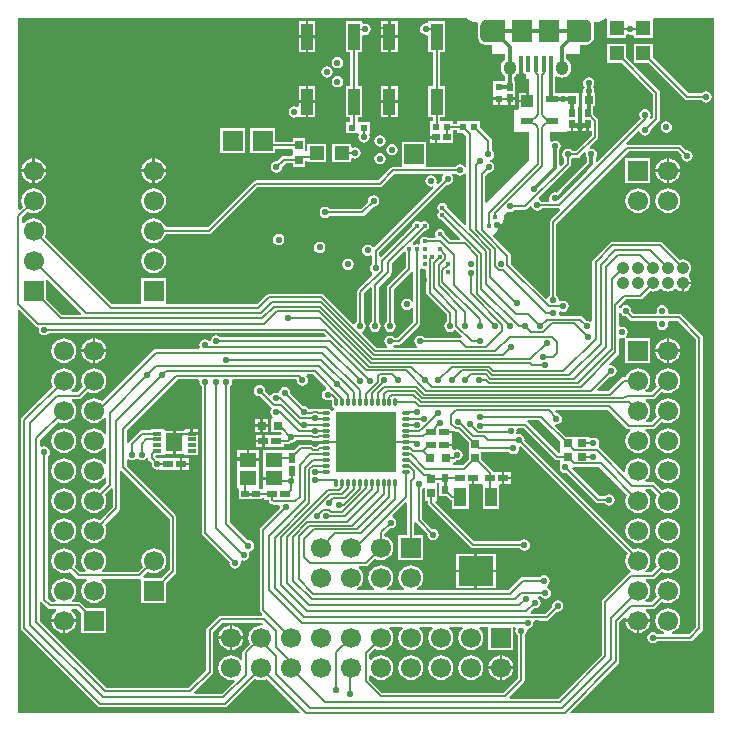
<source format=gtl>
G04 Layer_Physical_Order=1*
G04 Layer_Color=255*
%FSLAX43Y43*%
%MOMM*%
G71*
G01*
G75*
%ADD10C,0.175*%
%ADD11C,0.180*%
%ADD12R,0.900X0.600*%
%ADD13R,0.600X0.900*%
%ADD14R,1.000X2.250*%
%ADD15R,0.650X0.500*%
%ADD16R,1.400X1.600*%
%ADD17R,0.700X0.300*%
%ADD18R,0.400X1.350*%
%ADD19R,1.000X1.600*%
%ADD20R,3.000X2.500*%
%ADD21O,0.300X0.700*%
%ADD22O,0.700X0.300*%
%ADD23R,5.100X5.100*%
%ADD24R,1.200X1.200*%
%ADD25R,1.100X1.000*%
%ADD26R,1.100X0.600*%
%ADD27R,0.700X0.700*%
%ADD28R,0.550X0.600*%
%ADD29R,0.650X0.800*%
%ADD30R,0.500X0.650*%
%ADD31R,0.762X0.762*%
%ADD32R,0.800X0.650*%
%ADD33R,0.600X0.550*%
%ADD34R,1.200X1.200*%
%ADD35R,1.400X1.150*%
%ADD36C,0.254*%
%ADD37C,0.200*%
%ADD38C,0.300*%
%ADD39C,0.125*%
%ADD40R,1.800X1.900*%
%ADD41C,1.050*%
%ADD42R,1.700X1.700*%
%ADD43C,1.700*%
%ADD44R,1.700X1.700*%
G04:AMPARAMS|DCode=45|XSize=1.05mm|YSize=1.25mm|CornerRadius=0.525mm|HoleSize=0mm|Usage=FLASHONLY|Rotation=180.000|XOffset=0mm|YOffset=0mm|HoleType=Round|Shape=RoundedRectangle|*
%AMROUNDEDRECTD45*
21,1,1.050,0.200,0,0,180.0*
21,1,0.000,1.250,0,0,180.0*
1,1,1.050,0.000,0.100*
1,1,1.050,0.000,0.100*
1,1,1.050,0.000,-0.100*
1,1,1.050,0.000,-0.100*
%
%ADD45ROUNDEDRECTD45*%
G04:AMPARAMS|DCode=46|XSize=2.1mm|YSize=1.9mm|CornerRadius=0.494mm|HoleSize=0mm|Usage=FLASHONLY|Rotation=180.000|XOffset=0mm|YOffset=0mm|HoleType=Round|Shape=RoundedRectangle|*
%AMROUNDEDRECTD46*
21,1,2.100,0.912,0,0,180.0*
21,1,1.112,1.900,0,0,180.0*
1,1,0.988,-0.556,0.456*
1,1,0.988,0.556,0.456*
1,1,0.988,0.556,-0.456*
1,1,0.988,-0.556,-0.456*
%
%ADD46ROUNDEDRECTD46*%
%ADD47C,3.600*%
%ADD48C,0.550*%
%ADD49C,0.400*%
G36*
X-11368Y-12020D02*
X-11384Y-12100D01*
X-11347Y-12285D01*
X-11257Y-12421D01*
Y-12802D01*
X-13810Y-15356D01*
X-13815Y-15353D01*
X-14000Y-15316D01*
X-14185Y-15353D01*
X-14342Y-15458D01*
X-14447Y-15615D01*
X-14484Y-15800D01*
X-14453Y-15957D01*
X-14533Y-16107D01*
X-15100D01*
X-15133Y-16058D01*
X-15290Y-15953D01*
X-15299Y-15951D01*
X-15348Y-15788D01*
X-12693Y-13132D01*
X-12629Y-13037D01*
X-12607Y-12925D01*
Y-12500D01*
X-12558Y-12467D01*
X-12525Y-12418D01*
X-12100D01*
X-11988Y-12396D01*
X-11893Y-12332D01*
X-11507Y-11946D01*
X-11368Y-12020D01*
D02*
G37*
G36*
X-38727Y-51841D02*
X-38809Y-51982D01*
X-38890Y-51971D01*
X-39164Y-52007D01*
X-39420Y-52113D01*
X-39639Y-52281D01*
X-39807Y-52500D01*
X-39913Y-52756D01*
X-39949Y-53030D01*
X-39913Y-53304D01*
X-39815Y-53541D01*
X-40357Y-54083D01*
X-40421Y-54178D01*
X-40443Y-54290D01*
Y-54885D01*
X-40593Y-54936D01*
X-40681Y-54821D01*
X-40900Y-54653D01*
X-41156Y-54547D01*
X-41430Y-54511D01*
X-41704Y-54547D01*
X-41960Y-54653D01*
X-42179Y-54821D01*
X-42347Y-55040D01*
X-42453Y-55296D01*
X-42489Y-55570D01*
X-42453Y-55844D01*
X-42347Y-56100D01*
X-42179Y-56319D01*
X-41960Y-56487D01*
X-41704Y-56593D01*
X-41430Y-56629D01*
X-41179Y-56596D01*
X-41136Y-56644D01*
X-41102Y-56732D01*
X-42177Y-57807D01*
X-44480D01*
X-44542Y-57657D01*
X-43018Y-56132D01*
X-42954Y-56037D01*
X-42932Y-55925D01*
Y-52546D01*
X-42154Y-51768D01*
X-38783D01*
X-38727Y-51841D01*
D02*
G37*
G36*
X-17283Y-52243D02*
X-17297Y-52265D01*
X-17334Y-52450D01*
X-17297Y-52635D01*
X-17192Y-52792D01*
X-17143Y-52825D01*
Y-56504D01*
X-18346Y-57707D01*
X-28604D01*
X-29707Y-56604D01*
Y-56268D01*
X-29557Y-56217D01*
X-29479Y-56319D01*
X-29260Y-56487D01*
X-29004Y-56593D01*
X-28730Y-56629D01*
X-28456Y-56593D01*
X-28200Y-56487D01*
X-27981Y-56319D01*
X-27813Y-56100D01*
X-27707Y-55844D01*
X-27671Y-55570D01*
X-27707Y-55296D01*
X-27813Y-55040D01*
X-27981Y-54821D01*
X-28200Y-54653D01*
X-28456Y-54547D01*
X-28730Y-54511D01*
X-29004Y-54547D01*
X-29260Y-54653D01*
X-29479Y-54821D01*
X-29557Y-54923D01*
X-29707Y-54872D01*
Y-54421D01*
X-29240Y-53955D01*
X-29004Y-54053D01*
X-28730Y-54089D01*
X-28456Y-54053D01*
X-28200Y-53947D01*
X-27981Y-53779D01*
X-27813Y-53560D01*
X-27707Y-53304D01*
X-27671Y-53030D01*
X-27707Y-52756D01*
X-27813Y-52500D01*
X-27981Y-52281D01*
X-28031Y-52243D01*
X-27980Y-52093D01*
X-26940D01*
X-26889Y-52243D01*
X-26939Y-52281D01*
X-27107Y-52500D01*
X-27213Y-52756D01*
X-27249Y-53030D01*
X-27213Y-53304D01*
X-27107Y-53560D01*
X-26939Y-53779D01*
X-26720Y-53947D01*
X-26464Y-54053D01*
X-26190Y-54089D01*
X-25916Y-54053D01*
X-25660Y-53947D01*
X-25441Y-53779D01*
X-25273Y-53560D01*
X-25167Y-53304D01*
X-25131Y-53030D01*
X-25167Y-52756D01*
X-25273Y-52500D01*
X-25441Y-52281D01*
X-25491Y-52243D01*
X-25440Y-52093D01*
X-24400D01*
X-24349Y-52243D01*
X-24399Y-52281D01*
X-24567Y-52500D01*
X-24673Y-52756D01*
X-24709Y-53030D01*
X-24673Y-53304D01*
X-24567Y-53560D01*
X-24399Y-53779D01*
X-24180Y-53947D01*
X-23924Y-54053D01*
X-23650Y-54089D01*
X-23376Y-54053D01*
X-23120Y-53947D01*
X-22901Y-53779D01*
X-22733Y-53560D01*
X-22627Y-53304D01*
X-22591Y-53030D01*
X-22627Y-52756D01*
X-22733Y-52500D01*
X-22901Y-52281D01*
X-22951Y-52243D01*
X-22900Y-52093D01*
X-21860D01*
X-21809Y-52243D01*
X-21859Y-52281D01*
X-22027Y-52500D01*
X-22133Y-52756D01*
X-22169Y-53030D01*
X-22133Y-53304D01*
X-22027Y-53560D01*
X-21859Y-53779D01*
X-21640Y-53947D01*
X-21384Y-54053D01*
X-21110Y-54089D01*
X-20836Y-54053D01*
X-20580Y-53947D01*
X-20361Y-53779D01*
X-20193Y-53560D01*
X-20087Y-53304D01*
X-20051Y-53030D01*
X-20087Y-52756D01*
X-20193Y-52500D01*
X-20361Y-52281D01*
X-20411Y-52243D01*
X-20360Y-52093D01*
X-19620D01*
Y-54080D01*
X-17520D01*
Y-52093D01*
X-17363D01*
X-17283Y-52243D01*
D02*
G37*
G36*
X-15924Y-16576D02*
X-15922Y-16585D01*
X-15817Y-16742D01*
X-15660Y-16847D01*
X-15475Y-16884D01*
X-15290Y-16847D01*
X-15133Y-16742D01*
X-15100Y-16693D01*
X-13625D01*
X-13619Y-16692D01*
X-13545Y-16830D01*
X-14357Y-17643D01*
X-14421Y-17738D01*
X-14443Y-17850D01*
Y-24050D01*
X-14492Y-24083D01*
X-14597Y-24240D01*
X-14603Y-24270D01*
X-14766Y-24319D01*
X-17719Y-21366D01*
Y-20688D01*
X-17742Y-20575D01*
X-17805Y-20480D01*
X-19236Y-19050D01*
X-19212Y-18932D01*
X-19184Y-18889D01*
X-19029Y-18771D01*
X-18901Y-18603D01*
X-18821Y-18409D01*
X-18793Y-18200D01*
X-18801Y-18142D01*
X-18697Y-18099D01*
X-18529Y-17971D01*
X-18401Y-17803D01*
X-18321Y-17609D01*
X-18293Y-17400D01*
X-18309Y-17280D01*
X-17978Y-16949D01*
X-17965Y-16957D01*
X-17780Y-16994D01*
X-17595Y-16957D01*
X-17438Y-16852D01*
X-17405Y-16803D01*
X-16485D01*
X-16373Y-16781D01*
X-16278Y-16717D01*
X-16087Y-16527D01*
X-15924Y-16576D01*
D02*
G37*
G36*
X-21493Y-13742D02*
Y-18046D01*
X-21632Y-18104D01*
X-23119Y-16617D01*
X-23148Y-16469D01*
X-23237Y-16337D01*
X-23369Y-16248D01*
X-23525Y-16217D01*
X-23681Y-16248D01*
X-23813Y-16337D01*
X-23902Y-16469D01*
X-23933Y-16625D01*
X-23902Y-16781D01*
X-23813Y-16913D01*
Y-16962D01*
X-23902Y-17094D01*
X-23933Y-17250D01*
X-23902Y-17406D01*
X-23813Y-17538D01*
X-23681Y-17627D01*
X-23533Y-17656D01*
X-21996Y-19193D01*
X-22054Y-19332D01*
X-22804D01*
X-23319Y-18817D01*
X-23348Y-18669D01*
X-23437Y-18537D01*
X-23569Y-18448D01*
X-23725Y-18417D01*
X-23881Y-18448D01*
X-24013Y-18537D01*
X-24102Y-18669D01*
X-24133Y-18825D01*
X-24102Y-18981D01*
X-24068Y-19032D01*
X-24148Y-19182D01*
X-24744D01*
X-24869Y-19098D01*
X-25025Y-19067D01*
X-25181Y-19098D01*
X-25313Y-19187D01*
X-25402Y-19319D01*
X-25433Y-19475D01*
X-25402Y-19631D01*
X-25384Y-19658D01*
X-25492Y-19766D01*
X-25519Y-19748D01*
X-25675Y-19717D01*
X-25831Y-19748D01*
X-25889Y-19787D01*
X-25903Y-19792D01*
X-25979Y-19747D01*
X-26001Y-19565D01*
X-25017Y-18581D01*
X-24869Y-18552D01*
X-24737Y-18463D01*
X-24648Y-18331D01*
X-24617Y-18175D01*
X-24648Y-18019D01*
X-24737Y-17887D01*
X-24869Y-17798D01*
X-25025Y-17767D01*
X-25181Y-17798D01*
X-25239Y-17837D01*
X-25350Y-17874D01*
X-25461Y-17837D01*
X-25519Y-17798D01*
X-25675Y-17767D01*
X-25831Y-17798D01*
X-25963Y-17887D01*
X-26052Y-18019D01*
X-26081Y-18167D01*
X-28732Y-20817D01*
X-28882Y-20755D01*
Y-20421D01*
X-23133Y-14673D01*
X-23075Y-14684D01*
X-22890Y-14647D01*
X-22733Y-14542D01*
X-22628Y-14385D01*
X-22591Y-14200D01*
X-22628Y-14015D01*
X-22709Y-13893D01*
X-22665Y-13771D01*
X-22642Y-13743D01*
X-22425D01*
X-22392Y-13792D01*
X-22235Y-13897D01*
X-22050Y-13934D01*
X-21865Y-13897D01*
X-21708Y-13792D01*
X-21643Y-13696D01*
X-21493Y-13742D01*
D02*
G37*
G36*
X-7832Y-45908D02*
X-7887Y-45980D01*
X-7993Y-46236D01*
X-8029Y-46510D01*
X-7993Y-46784D01*
X-7887Y-47040D01*
X-7719Y-47259D01*
X-7586Y-47361D01*
X-7623Y-47521D01*
X-7662Y-47529D01*
X-7757Y-47593D01*
X-9932Y-49768D01*
X-9996Y-49863D01*
X-10018Y-49975D01*
Y-54504D01*
X-13721Y-58207D01*
X-17821D01*
X-17879Y-58068D01*
X-16643Y-56832D01*
X-16579Y-56737D01*
X-16557Y-56625D01*
Y-52825D01*
X-16508Y-52792D01*
X-16403Y-52635D01*
X-16366Y-52450D01*
X-16371Y-52423D01*
X-16300Y-52284D01*
X-16259Y-52276D01*
X-16115Y-52247D01*
X-15958Y-52142D01*
X-15853Y-51985D01*
X-15816Y-51800D01*
X-15829Y-51731D01*
X-15709Y-51581D01*
X-14688D01*
X-14575Y-51558D01*
X-14480Y-51495D01*
X-13808Y-50823D01*
X-13750Y-50834D01*
X-13565Y-50797D01*
X-13408Y-50692D01*
X-13303Y-50535D01*
X-13266Y-50350D01*
X-13303Y-50165D01*
X-13408Y-50008D01*
X-13565Y-49903D01*
X-13750Y-49866D01*
X-13935Y-49903D01*
X-14092Y-50008D01*
X-14197Y-50165D01*
X-14234Y-50350D01*
X-14223Y-50408D01*
X-14809Y-50994D01*
X-15984D01*
X-16041Y-50856D01*
X-15733Y-50548D01*
X-15675Y-50559D01*
X-15490Y-50522D01*
X-15333Y-50417D01*
X-15228Y-50260D01*
X-15191Y-50075D01*
X-15228Y-49890D01*
X-15333Y-49733D01*
X-15410Y-49681D01*
X-15365Y-49531D01*
X-15175D01*
X-15142Y-49580D01*
X-14985Y-49685D01*
X-14800Y-49722D01*
X-14615Y-49685D01*
X-14458Y-49580D01*
X-14353Y-49423D01*
X-14316Y-49237D01*
X-14353Y-49052D01*
X-14458Y-48895D01*
X-14615Y-48790D01*
X-14664Y-48780D01*
X-14669Y-48767D01*
X-14680Y-48624D01*
X-14558Y-48542D01*
X-14453Y-48385D01*
X-14416Y-48200D01*
X-14453Y-48015D01*
X-14558Y-47858D01*
X-14715Y-47753D01*
X-14900Y-47716D01*
X-15085Y-47753D01*
X-15242Y-47858D01*
X-15275Y-47907D01*
X-16700D01*
X-16812Y-47929D01*
X-16907Y-47993D01*
X-17921Y-49007D01*
X-25606D01*
X-25647Y-48902D01*
X-25647Y-48857D01*
X-25441Y-48699D01*
X-25273Y-48480D01*
X-25167Y-48224D01*
X-25131Y-47950D01*
X-25167Y-47676D01*
X-25273Y-47420D01*
X-25441Y-47201D01*
X-25660Y-47033D01*
X-25916Y-46927D01*
X-26190Y-46891D01*
X-26464Y-46927D01*
X-26720Y-47033D01*
X-26939Y-47201D01*
X-27107Y-47420D01*
X-27213Y-47676D01*
X-27249Y-47950D01*
X-27213Y-48224D01*
X-27107Y-48480D01*
X-26939Y-48699D01*
X-26733Y-48857D01*
X-26733Y-48902D01*
X-26774Y-49007D01*
X-28146D01*
X-28187Y-48902D01*
X-28187Y-48857D01*
X-27981Y-48699D01*
X-27813Y-48480D01*
X-27707Y-48224D01*
X-27671Y-47950D01*
X-27707Y-47676D01*
X-27813Y-47420D01*
X-27981Y-47201D01*
X-28200Y-47033D01*
X-28456Y-46927D01*
X-28730Y-46891D01*
X-29004Y-46927D01*
X-29260Y-47033D01*
X-29479Y-47201D01*
X-29647Y-47420D01*
X-29753Y-47676D01*
X-29789Y-47950D01*
X-29753Y-48224D01*
X-29647Y-48480D01*
X-29479Y-48699D01*
X-29273Y-48857D01*
X-29273Y-48902D01*
X-29314Y-49007D01*
X-30686D01*
X-30727Y-48902D01*
X-30727Y-48857D01*
X-30521Y-48699D01*
X-30353Y-48480D01*
X-30247Y-48224D01*
X-30211Y-47950D01*
X-30247Y-47676D01*
X-30353Y-47420D01*
X-30521Y-47201D01*
X-30597Y-47143D01*
X-30546Y-46993D01*
X-30020D01*
X-29908Y-46971D01*
X-29813Y-46907D01*
X-29240Y-46335D01*
X-29004Y-46433D01*
X-28730Y-46469D01*
X-28456Y-46433D01*
X-28200Y-46327D01*
X-27981Y-46159D01*
X-27813Y-45940D01*
X-27707Y-45684D01*
X-27671Y-45410D01*
X-27707Y-45136D01*
X-27813Y-44880D01*
X-27981Y-44661D01*
X-28200Y-44493D01*
X-28437Y-44395D01*
Y-44251D01*
X-27958Y-43773D01*
X-27900Y-43784D01*
X-27715Y-43747D01*
X-27558Y-43642D01*
X-27453Y-43485D01*
X-27416Y-43300D01*
X-27453Y-43115D01*
X-27558Y-42958D01*
X-27715Y-42853D01*
X-27724Y-42851D01*
X-27773Y-42688D01*
X-26622Y-41536D01*
X-26483Y-41594D01*
Y-44360D01*
X-27240D01*
Y-46460D01*
X-25140D01*
Y-44360D01*
X-25897D01*
Y-43306D01*
X-25747Y-43260D01*
X-25732Y-43282D01*
X-24773Y-44242D01*
X-24784Y-44300D01*
X-24747Y-44485D01*
X-24642Y-44642D01*
X-24485Y-44747D01*
X-24300Y-44784D01*
X-24115Y-44747D01*
X-23958Y-44642D01*
X-23853Y-44485D01*
X-23816Y-44300D01*
X-23853Y-44115D01*
X-23958Y-43958D01*
X-24115Y-43853D01*
X-24300Y-43816D01*
X-24358Y-43827D01*
X-25232Y-42954D01*
Y-40406D01*
X-25149Y-40337D01*
X-25052Y-40362D01*
X-25000Y-40392D01*
Y-41425D01*
X-24768D01*
Y-41625D01*
X-24746Y-41737D01*
X-24682Y-41832D01*
X-21132Y-45382D01*
X-21037Y-45446D01*
X-20925Y-45468D01*
X-16950D01*
X-16917Y-45517D01*
X-16760Y-45622D01*
X-16575Y-45659D01*
X-16390Y-45622D01*
X-16233Y-45517D01*
X-16128Y-45360D01*
X-16091Y-45175D01*
X-16128Y-44990D01*
X-16233Y-44833D01*
X-16390Y-44728D01*
X-16575Y-44691D01*
X-16760Y-44728D01*
X-16917Y-44833D01*
X-16950Y-44882D01*
X-20804D01*
X-24110Y-41575D01*
X-24048Y-41425D01*
X-23950D01*
Y-40375D01*
X-23950Y-40225D01*
X-23950Y-40075D01*
Y-39918D01*
X-23775D01*
Y-41025D01*
X-23215D01*
X-22907Y-41332D01*
X-22812Y-41396D01*
X-22700Y-41418D01*
Y-42125D01*
X-21300D01*
Y-40125D01*
X-21240Y-40000D01*
X-21000D01*
Y-39500D01*
X-20800D01*
Y-40000D01*
X-20250D01*
Y-40000D01*
X-20160D01*
X-20100Y-40140D01*
Y-42125D01*
X-18700D01*
Y-40125D01*
X-18640Y-40000D01*
X-18475D01*
Y-39500D01*
Y-39000D01*
X-19213D01*
X-19268Y-38918D01*
X-20250Y-37935D01*
Y-37293D01*
X-17875D01*
X-17842Y-37342D01*
X-17685Y-37447D01*
X-17500Y-37484D01*
X-17315Y-37447D01*
X-17158Y-37342D01*
X-17053Y-37185D01*
X-17016Y-37000D01*
X-17032Y-36920D01*
X-16893Y-36846D01*
X-7832Y-45908D01*
D02*
G37*
G36*
X-22499Y-35558D02*
X-22387Y-35581D01*
X-22207D01*
X-21300Y-36488D01*
Y-37075D01*
X-21300Y-37225D01*
X-21300D01*
Y-37225D01*
X-21300D01*
Y-37935D01*
X-21796Y-38432D01*
X-22513D01*
X-22650Y-38400D01*
X-22650Y-38218D01*
X-22575Y-38143D01*
X-22463Y-38121D01*
X-22368Y-38057D01*
X-22333Y-38023D01*
X-22275Y-38034D01*
X-22090Y-37997D01*
X-21933Y-37892D01*
X-21828Y-37735D01*
X-21791Y-37550D01*
X-21828Y-37365D01*
X-21933Y-37208D01*
X-22090Y-37103D01*
X-22275Y-37066D01*
X-22460Y-37103D01*
X-22550Y-37162D01*
X-22700Y-37082D01*
Y-36800D01*
X-23350D01*
Y-36600D01*
X-22700D01*
Y-36200D01*
X-22700D01*
X-22700Y-36100D01*
X-22700D01*
X-22700Y-36050D01*
Y-35586D01*
X-22550Y-35525D01*
X-22499Y-35558D01*
D02*
G37*
G36*
X-21248Y-737D02*
X-20935Y-866D01*
X-20599Y-911D01*
X-20591Y-910D01*
X-20484Y-1036D01*
X-20483Y-1047D01*
X-20489Y-1092D01*
X-20497Y-1134D01*
X-20497Y-1145D01*
X-20499Y-1155D01*
X-20502Y-1186D01*
X-20506Y-1219D01*
Y-2131D01*
X-20501Y-2166D01*
X-20499Y-2193D01*
X-20497Y-2201D01*
X-20497Y-2209D01*
X-20490Y-2254D01*
X-20489Y-2258D01*
X-20482Y-2312D01*
X-20464Y-2356D01*
X-20452Y-2389D01*
X-20448Y-2394D01*
X-20446Y-2398D01*
X-20445Y-2404D01*
X-20438Y-2418D01*
X-20412Y-2481D01*
X-20301Y-2626D01*
X-20156Y-2737D01*
X-20090Y-2764D01*
X-20085Y-2767D01*
X-20082Y-2768D01*
X-20071Y-2773D01*
X-20068Y-2774D01*
X-20056Y-2779D01*
X-19987Y-2807D01*
X-19933Y-2814D01*
X-19928Y-2816D01*
X-19875Y-2823D01*
X-19870Y-2823D01*
X-19865Y-2824D01*
X-19844Y-2826D01*
X-19806Y-2831D01*
X-19350D01*
Y-3650D01*
X-18182D01*
Y-4063D01*
X-18191Y-4067D01*
X-18342Y-4183D01*
X-18458Y-4334D01*
X-18531Y-4511D01*
X-18556Y-4700D01*
Y-4900D01*
X-18531Y-5089D01*
X-18458Y-5266D01*
X-18342Y-5417D01*
X-18191Y-5533D01*
X-18182Y-5537D01*
Y-5900D01*
X-19200D01*
Y-6900D01*
X-19200D01*
Y-6900D01*
X-19200D01*
Y-7300D01*
X-18725D01*
Y-7400D01*
X-18625D01*
Y-7900D01*
X-18275D01*
Y-7900D01*
X-17925D01*
Y-7375D01*
X-17825D01*
Y-7275D01*
X-17375D01*
Y-6950D01*
Y-5900D01*
X-17468D01*
Y-5537D01*
X-17459Y-5533D01*
X-17308Y-5417D01*
X-17256Y-5350D01*
X-17000D01*
Y-4475D01*
X-16800D01*
Y-5350D01*
X-16400D01*
Y-5750D01*
X-16161D01*
Y-6900D01*
X-16216D01*
Y-7600D01*
X-16316D01*
Y-7700D01*
X-17066D01*
Y-8300D01*
X-17175Y-8400D01*
X-17466D01*
Y-10200D01*
X-16161D01*
Y-12627D01*
X-19768Y-16234D01*
X-19907Y-16177D01*
Y-13921D01*
X-19658Y-13673D01*
X-19600Y-13684D01*
X-19415Y-13647D01*
X-19258Y-13542D01*
X-19153Y-13385D01*
X-19116Y-13200D01*
X-19153Y-13015D01*
X-19258Y-12858D01*
X-19415Y-12753D01*
X-19495Y-12736D01*
Y-12584D01*
X-19440Y-12572D01*
X-19283Y-12467D01*
X-19178Y-12310D01*
X-19141Y-12125D01*
X-19178Y-11940D01*
X-19283Y-11783D01*
X-19319Y-11758D01*
Y-10986D01*
X-19319Y-10986D01*
X-19342Y-10869D01*
X-19409Y-10769D01*
X-20311Y-9867D01*
Y-9325D01*
X-21311D01*
Y-9325D01*
X-21461Y-9325D01*
X-22311D01*
Y-9507D01*
X-22600D01*
Y-9325D01*
X-23600D01*
X-23707Y-9221D01*
Y-8975D01*
X-23300D01*
Y-6325D01*
X-23707D01*
Y-3475D01*
X-23300D01*
Y-825D01*
X-24700D01*
Y-912D01*
X-24850Y-1031D01*
X-24925Y-1016D01*
X-25110Y-1053D01*
X-25267Y-1158D01*
X-25372Y-1315D01*
X-25409Y-1500D01*
X-25372Y-1685D01*
X-25267Y-1842D01*
X-25110Y-1947D01*
X-24925Y-1984D01*
X-24850Y-1969D01*
X-24700Y-2088D01*
Y-3475D01*
X-24293D01*
Y-6325D01*
X-24700D01*
Y-8975D01*
X-24293D01*
Y-9325D01*
X-24600D01*
Y-10225D01*
X-24600D01*
Y-10575D01*
X-24075D01*
Y-10675D01*
X-23975D01*
Y-11125D01*
X-22600D01*
Y-10093D01*
X-22311D01*
Y-10275D01*
X-21750D01*
X-21493Y-10532D01*
Y-13158D01*
X-21643Y-13204D01*
X-21708Y-13108D01*
X-21865Y-13003D01*
X-22050Y-12966D01*
X-22235Y-13003D01*
X-22392Y-13108D01*
X-22425Y-13157D01*
X-24875D01*
Y-11075D01*
X-26975D01*
Y-13157D01*
X-27675D01*
X-27787Y-13179D01*
X-27882Y-13243D01*
X-28946Y-14307D01*
X-39300D01*
X-39412Y-14329D01*
X-39507Y-14393D01*
X-43391Y-18277D01*
X-46955D01*
X-47053Y-18040D01*
X-47221Y-17821D01*
X-47440Y-17653D01*
X-47696Y-17547D01*
X-47970Y-17511D01*
X-48244Y-17547D01*
X-48500Y-17653D01*
X-48719Y-17821D01*
X-48887Y-18040D01*
X-48993Y-18296D01*
X-49029Y-18570D01*
X-48993Y-18844D01*
X-48887Y-19100D01*
X-48719Y-19319D01*
X-48500Y-19487D01*
X-48244Y-19593D01*
X-47970Y-19629D01*
X-47696Y-19593D01*
X-47440Y-19487D01*
X-47221Y-19319D01*
X-47053Y-19100D01*
X-46955Y-18863D01*
X-43270D01*
X-43158Y-18841D01*
X-43063Y-18777D01*
X-39179Y-14893D01*
X-28825D01*
X-28713Y-14871D01*
X-28618Y-14807D01*
X-27554Y-13743D01*
X-23508D01*
X-23485Y-13771D01*
X-23441Y-13893D01*
X-23522Y-14015D01*
X-23559Y-14200D01*
X-23548Y-14258D01*
X-23883Y-14593D01*
X-24044Y-14557D01*
X-24050Y-14549D01*
X-24016Y-14375D01*
X-24053Y-14190D01*
X-24158Y-14033D01*
X-24315Y-13928D01*
X-24500Y-13891D01*
X-24685Y-13928D01*
X-24842Y-14033D01*
X-24947Y-14190D01*
X-24984Y-14375D01*
X-24947Y-14560D01*
X-24842Y-14717D01*
X-24685Y-14822D01*
X-24500Y-14859D01*
X-24326Y-14825D01*
X-24318Y-14831D01*
X-24282Y-14992D01*
X-29277Y-19987D01*
X-29468Y-19966D01*
X-29508Y-19908D01*
X-29665Y-19803D01*
X-29850Y-19766D01*
X-30035Y-19803D01*
X-30192Y-19908D01*
X-30297Y-20065D01*
X-30334Y-20250D01*
X-30297Y-20435D01*
X-30192Y-20592D01*
X-30035Y-20697D01*
X-29850Y-20734D01*
X-29665Y-20697D01*
X-29618Y-20666D01*
X-29468Y-20747D01*
Y-21375D01*
X-29517Y-21408D01*
X-29622Y-21565D01*
X-29659Y-21750D01*
X-29622Y-21935D01*
X-29517Y-22092D01*
X-29459Y-22132D01*
X-29438Y-22323D01*
X-30687Y-23573D01*
X-30751Y-23668D01*
X-30773Y-23780D01*
Y-26295D01*
X-30822Y-26328D01*
X-30900Y-26444D01*
X-31069Y-26487D01*
X-33564Y-23993D01*
X-33659Y-23929D01*
X-33771Y-23907D01*
X-38200D01*
X-38312Y-23929D01*
X-38407Y-23993D01*
X-39221Y-24807D01*
X-46816D01*
X-46920Y-24700D01*
X-46920Y-24657D01*
Y-22600D01*
X-49020D01*
Y-24657D01*
X-49020Y-24700D01*
X-49124Y-24807D01*
X-51479D01*
X-57205Y-19080D01*
X-57107Y-18844D01*
X-57071Y-18570D01*
X-57107Y-18296D01*
X-57213Y-18040D01*
X-57381Y-17821D01*
X-57600Y-17653D01*
X-57856Y-17547D01*
X-58130Y-17511D01*
X-58404Y-17547D01*
X-58660Y-17653D01*
X-58879Y-17821D01*
X-58969Y-17939D01*
X-59119Y-17888D01*
Y-17434D01*
X-58640Y-16955D01*
X-58404Y-17053D01*
X-58130Y-17089D01*
X-57856Y-17053D01*
X-57600Y-16947D01*
X-57381Y-16779D01*
X-57213Y-16560D01*
X-57107Y-16304D01*
X-57071Y-16030D01*
X-57107Y-15756D01*
X-57213Y-15500D01*
X-57381Y-15281D01*
X-57600Y-15113D01*
X-57856Y-15007D01*
X-58130Y-14971D01*
X-58404Y-15007D01*
X-58660Y-15113D01*
X-58879Y-15281D01*
X-59047Y-15500D01*
X-59153Y-15756D01*
X-59189Y-16030D01*
X-59153Y-16304D01*
X-59055Y-16541D01*
X-59307Y-16792D01*
X-59445Y-16735D01*
Y-555D01*
X-21485D01*
X-21248Y-737D01*
D02*
G37*
G36*
X-13525Y-36390D02*
Y-37050D01*
X-13525Y-37100D01*
X-13525D01*
X-13525Y-37200D01*
X-13525D01*
Y-37380D01*
X-13675Y-37410D01*
X-16305Y-34780D01*
X-16323Y-34768D01*
X-16278Y-34618D01*
X-15297D01*
X-13525Y-36390D01*
D02*
G37*
G36*
X-11352Y-729D02*
X-11299Y-736D01*
X-11246Y-751D01*
X-11203Y-767D01*
X-11161Y-787D01*
X-11117Y-815D01*
X-11079Y-844D01*
X-11040Y-878D01*
X-11011Y-914D01*
X-10983Y-951D01*
X-10959Y-992D01*
X-10939Y-1034D01*
X-10923Y-1076D01*
X-10911Y-1127D01*
X-10904Y-1172D01*
X-10900Y-1225D01*
Y-2125D01*
X-10904Y-2180D01*
X-10912Y-2225D01*
X-10924Y-2275D01*
X-10940Y-2315D01*
X-10953Y-2348D01*
X-10978Y-2391D01*
X-11004Y-2428D01*
X-11035Y-2466D01*
X-11080Y-2507D01*
X-11120Y-2537D01*
X-11166Y-2566D01*
X-11219Y-2590D01*
X-11306Y-2616D01*
X-11400Y-2625D01*
X-13000D01*
Y-725D01*
X-11400D01*
X-11352Y-729D01*
D02*
G37*
G36*
X-25181Y-21802D02*
X-25025Y-21833D01*
X-24997Y-21827D01*
X-24881Y-21922D01*
Y-22544D01*
X-24881Y-22544D01*
Y-23812D01*
X-24858Y-23925D01*
X-24795Y-24020D01*
X-23153Y-25661D01*
Y-26295D01*
X-23202Y-26328D01*
X-23307Y-26485D01*
X-23344Y-26670D01*
X-23307Y-26855D01*
X-23202Y-27012D01*
X-23045Y-27117D01*
X-22860Y-27154D01*
X-22675Y-27117D01*
X-22518Y-27012D01*
X-22399Y-27001D01*
X-21879Y-27520D01*
X-21953Y-27658D01*
X-22010Y-27647D01*
X-25025D01*
X-25058Y-27598D01*
X-25215Y-27493D01*
X-25400Y-27456D01*
X-25585Y-27493D01*
X-25742Y-27598D01*
X-25847Y-27755D01*
X-25884Y-27940D01*
X-25847Y-28125D01*
X-25742Y-28282D01*
X-25665Y-28334D01*
X-25710Y-28484D01*
X-27630D01*
X-27675Y-28334D01*
X-27598Y-28282D01*
X-27565Y-28233D01*
X-27215D01*
X-27103Y-28211D01*
X-27008Y-28147D01*
X-25468Y-26607D01*
X-25404Y-26512D01*
X-25382Y-26400D01*
Y-21848D01*
X-25232Y-21768D01*
X-25181Y-21802D01*
D02*
G37*
G36*
X-18200Y-2625D02*
X-19800D01*
X-19848Y-2621D01*
X-19901Y-2614D01*
X-19954Y-2599D01*
X-19997Y-2583D01*
X-20039Y-2563D01*
X-20083Y-2535D01*
X-20121Y-2506D01*
X-20160Y-2472D01*
X-20189Y-2436D01*
X-20217Y-2399D01*
X-20241Y-2358D01*
X-20261Y-2316D01*
X-20277Y-2274D01*
X-20289Y-2223D01*
X-20296Y-2178D01*
X-20300Y-2125D01*
Y-1225D01*
X-20296Y-1170D01*
X-20288Y-1125D01*
X-20276Y-1075D01*
X-20260Y-1035D01*
X-20247Y-1002D01*
X-20222Y-959D01*
X-20196Y-922D01*
X-20165Y-884D01*
X-20120Y-843D01*
X-20080Y-813D01*
X-20034Y-784D01*
X-19981Y-760D01*
X-19894Y-734D01*
X-19800Y-725D01*
X-18200D01*
Y-2625D01*
D02*
G37*
G36*
X-54086Y-25568D02*
X-54144Y-25707D01*
X-55703D01*
X-57080Y-24330D01*
Y-22787D01*
X-56930Y-22725D01*
X-54086Y-25568D01*
D02*
G37*
G36*
X-555Y-59445D02*
X-12635D01*
X-12692Y-59307D01*
X-8643Y-55257D01*
X-8579Y-55162D01*
X-8557Y-55050D01*
Y-51746D01*
X-8147Y-51337D01*
X-8005Y-51407D01*
X-8016Y-51490D01*
X-6970D01*
X-5924D01*
X-5947Y-51316D01*
X-6053Y-51060D01*
X-6221Y-50841D01*
X-6316Y-50768D01*
X-6265Y-50618D01*
X-5705D01*
X-5593Y-50596D01*
X-5498Y-50532D01*
X-4940Y-49975D01*
X-4704Y-50073D01*
X-4430Y-50109D01*
X-4156Y-50073D01*
X-3900Y-49967D01*
X-3681Y-49799D01*
X-3513Y-49580D01*
X-3407Y-49324D01*
X-3371Y-49050D01*
X-3407Y-48776D01*
X-3513Y-48520D01*
X-3681Y-48301D01*
X-3900Y-48133D01*
X-4156Y-48027D01*
X-4430Y-47991D01*
X-4704Y-48027D01*
X-4960Y-48133D01*
X-5179Y-48301D01*
X-5347Y-48520D01*
X-5453Y-48776D01*
X-5489Y-49050D01*
X-5453Y-49324D01*
X-5355Y-49561D01*
X-5826Y-50032D01*
X-6278D01*
X-6329Y-49882D01*
X-6221Y-49799D01*
X-6053Y-49580D01*
X-5947Y-49324D01*
X-5911Y-49050D01*
X-5947Y-48776D01*
X-6053Y-48520D01*
X-6221Y-48301D01*
X-6297Y-48243D01*
X-6246Y-48093D01*
X-5720D01*
X-5608Y-48071D01*
X-5513Y-48007D01*
X-4940Y-47435D01*
X-4704Y-47533D01*
X-4430Y-47569D01*
X-4156Y-47533D01*
X-3900Y-47427D01*
X-3681Y-47259D01*
X-3513Y-47040D01*
X-3407Y-46784D01*
X-3371Y-46510D01*
X-3407Y-46236D01*
X-3513Y-45980D01*
X-3681Y-45761D01*
X-3900Y-45593D01*
X-4156Y-45487D01*
X-4430Y-45451D01*
X-4704Y-45487D01*
X-4960Y-45593D01*
X-5179Y-45761D01*
X-5347Y-45980D01*
X-5453Y-46236D01*
X-5489Y-46510D01*
X-5453Y-46784D01*
X-5355Y-47021D01*
X-5841Y-47507D01*
X-6298D01*
X-6349Y-47357D01*
X-6221Y-47259D01*
X-6053Y-47040D01*
X-5947Y-46784D01*
X-5911Y-46510D01*
X-5947Y-46236D01*
X-6053Y-45980D01*
X-6221Y-45761D01*
X-6440Y-45593D01*
X-6696Y-45487D01*
X-6970Y-45451D01*
X-7244Y-45487D01*
X-7371Y-45540D01*
X-16577Y-36333D01*
X-16566Y-36275D01*
X-16603Y-36090D01*
X-16708Y-35933D01*
X-16865Y-35828D01*
X-17050Y-35791D01*
X-17186Y-35818D01*
X-17282Y-35692D01*
X-17278Y-35685D01*
X-17241Y-35500D01*
X-17254Y-35431D01*
X-17134Y-35281D01*
X-16634D01*
X-13982Y-37932D01*
X-13887Y-37996D01*
X-13775Y-38018D01*
X-13525D01*
Y-38250D01*
X-13525Y-38250D01*
X-13525D01*
X-13528Y-38399D01*
X-13547Y-38427D01*
X-13584Y-38613D01*
X-13547Y-38798D01*
X-13442Y-38955D01*
X-13285Y-39060D01*
X-13100Y-39097D01*
X-13042Y-39085D01*
X-10545Y-41582D01*
X-10450Y-41646D01*
X-10338Y-41668D01*
X-9775D01*
X-9742Y-41717D01*
X-9585Y-41822D01*
X-9400Y-41859D01*
X-9215Y-41822D01*
X-9058Y-41717D01*
X-8953Y-41560D01*
X-8916Y-41375D01*
X-8953Y-41190D01*
X-9058Y-41033D01*
X-9215Y-40928D01*
X-9400Y-40891D01*
X-9585Y-40928D01*
X-9742Y-41033D01*
X-9775Y-41082D01*
X-10216D01*
X-12535Y-38763D01*
X-12533Y-38686D01*
X-12398Y-38574D01*
X-12363Y-38581D01*
X-10234D01*
X-7895Y-40919D01*
X-7993Y-41156D01*
X-8029Y-41430D01*
X-7993Y-41704D01*
X-7887Y-41960D01*
X-7719Y-42179D01*
X-7500Y-42347D01*
X-7244Y-42453D01*
X-6970Y-42489D01*
X-6696Y-42453D01*
X-6440Y-42347D01*
X-6221Y-42179D01*
X-6053Y-41960D01*
X-5947Y-41704D01*
X-5911Y-41430D01*
X-5947Y-41156D01*
X-6053Y-40900D01*
X-6221Y-40681D01*
X-6323Y-40603D01*
X-6272Y-40453D01*
X-5821D01*
X-5355Y-40919D01*
X-5453Y-41156D01*
X-5489Y-41430D01*
X-5453Y-41704D01*
X-5347Y-41960D01*
X-5179Y-42179D01*
X-4960Y-42347D01*
X-4704Y-42453D01*
X-4430Y-42489D01*
X-4156Y-42453D01*
X-3900Y-42347D01*
X-3681Y-42179D01*
X-3513Y-41960D01*
X-3407Y-41704D01*
X-3371Y-41430D01*
X-3407Y-41156D01*
X-3513Y-40900D01*
X-3681Y-40681D01*
X-3900Y-40513D01*
X-4156Y-40407D01*
X-4430Y-40371D01*
X-4704Y-40407D01*
X-4940Y-40505D01*
X-5493Y-39953D01*
X-5588Y-39889D01*
X-5700Y-39867D01*
X-6272D01*
X-6323Y-39717D01*
X-6221Y-39639D01*
X-6053Y-39420D01*
X-5947Y-39164D01*
X-5911Y-38890D01*
X-5947Y-38616D01*
X-6053Y-38360D01*
X-6221Y-38141D01*
X-6440Y-37973D01*
X-6696Y-37867D01*
X-6970Y-37831D01*
X-7244Y-37867D01*
X-7500Y-37973D01*
X-7719Y-38141D01*
X-7887Y-38360D01*
X-7993Y-38616D01*
X-8029Y-38890D01*
X-8021Y-38952D01*
X-8163Y-39023D01*
X-10243Y-36943D01*
X-10278Y-36760D01*
X-10241Y-36575D01*
X-10278Y-36390D01*
X-10383Y-36233D01*
X-10540Y-36128D01*
X-10725Y-36091D01*
X-10910Y-36128D01*
X-10975Y-36171D01*
X-11125Y-36091D01*
Y-36050D01*
X-12325D01*
Y-36050D01*
X-12325D01*
Y-36050D01*
X-13036D01*
X-13967Y-35119D01*
X-13893Y-34981D01*
X-13875Y-34984D01*
X-13690Y-34947D01*
X-13533Y-34842D01*
X-13428Y-34685D01*
X-13391Y-34500D01*
X-13428Y-34315D01*
X-13533Y-34158D01*
X-13690Y-34053D01*
X-13837Y-34023D01*
X-13979Y-33882D01*
X-13921Y-33743D01*
X-9496D01*
X-7957Y-35282D01*
X-7862Y-35346D01*
X-7750Y-35368D01*
X-7662D01*
X-7611Y-35518D01*
X-7719Y-35601D01*
X-7887Y-35820D01*
X-7993Y-36076D01*
X-8029Y-36350D01*
X-7993Y-36624D01*
X-7887Y-36880D01*
X-7719Y-37099D01*
X-7500Y-37267D01*
X-7244Y-37373D01*
X-6970Y-37409D01*
X-6696Y-37373D01*
X-6440Y-37267D01*
X-6221Y-37099D01*
X-6053Y-36880D01*
X-5947Y-36624D01*
X-5911Y-36350D01*
X-5947Y-36076D01*
X-6053Y-35820D01*
X-6221Y-35601D01*
X-6329Y-35518D01*
X-6278Y-35368D01*
X-5695D01*
X-5583Y-35346D01*
X-5488Y-35282D01*
X-4940Y-34735D01*
X-4704Y-34833D01*
X-4430Y-34869D01*
X-4156Y-34833D01*
X-3900Y-34727D01*
X-3681Y-34559D01*
X-3513Y-34340D01*
X-3407Y-34084D01*
X-3371Y-33810D01*
X-3407Y-33536D01*
X-3513Y-33280D01*
X-3681Y-33061D01*
X-3900Y-32893D01*
X-4156Y-32787D01*
X-4430Y-32751D01*
X-4704Y-32787D01*
X-4960Y-32893D01*
X-5179Y-33061D01*
X-5347Y-33280D01*
X-5453Y-33536D01*
X-5489Y-33810D01*
X-5453Y-34084D01*
X-5355Y-34320D01*
X-5816Y-34782D01*
X-6265D01*
X-6316Y-34632D01*
X-6221Y-34559D01*
X-6053Y-34340D01*
X-5947Y-34084D01*
X-5911Y-33810D01*
X-5947Y-33536D01*
X-6053Y-33280D01*
X-6221Y-33061D01*
X-6310Y-32993D01*
X-6259Y-32843D01*
X-5710D01*
X-5598Y-32821D01*
X-5503Y-32757D01*
X-4940Y-32195D01*
X-4704Y-32293D01*
X-4430Y-32329D01*
X-4156Y-32293D01*
X-3900Y-32187D01*
X-3681Y-32019D01*
X-3513Y-31800D01*
X-3407Y-31544D01*
X-3371Y-31270D01*
X-3407Y-30996D01*
X-3513Y-30740D01*
X-3681Y-30521D01*
X-3900Y-30353D01*
X-4156Y-30247D01*
X-4430Y-30211D01*
X-4704Y-30247D01*
X-4960Y-30353D01*
X-5179Y-30521D01*
X-5347Y-30740D01*
X-5453Y-30996D01*
X-5489Y-31270D01*
X-5453Y-31544D01*
X-5355Y-31781D01*
X-5831Y-32257D01*
X-6285D01*
X-6336Y-32107D01*
X-6221Y-32019D01*
X-6053Y-31800D01*
X-5947Y-31544D01*
X-5911Y-31270D01*
X-5947Y-30996D01*
X-6053Y-30740D01*
X-6221Y-30521D01*
X-6440Y-30353D01*
X-6696Y-30247D01*
X-6970Y-30211D01*
X-7244Y-30247D01*
X-7500Y-30353D01*
X-7719Y-30521D01*
X-7887Y-30740D01*
X-7985Y-30977D01*
X-8170D01*
X-8282Y-30999D01*
X-8377Y-31063D01*
X-9471Y-32157D01*
X-10346D01*
X-10404Y-32018D01*
X-9308Y-30923D01*
X-9250Y-30934D01*
X-9065Y-30897D01*
X-8908Y-30792D01*
X-8803Y-30635D01*
X-8766Y-30450D01*
X-8803Y-30265D01*
X-8908Y-30108D01*
X-9065Y-30003D01*
X-9250Y-29966D01*
X-9361Y-29988D01*
X-9435Y-29850D01*
X-8668Y-29082D01*
X-8604Y-28987D01*
X-8582Y-28875D01*
Y-27725D01*
X-8432Y-27633D01*
X-8300Y-27659D01*
X-8236Y-27647D01*
X-8089Y-27674D01*
X-8020Y-27740D01*
X-8020Y-27740D01*
X-8020Y-27790D01*
X-8020D01*
X-8020Y-27793D01*
Y-29780D01*
X-5920D01*
Y-27680D01*
X-7893D01*
X-7931Y-27680D01*
X-7960Y-27583D01*
X-7960Y-27583D01*
Y-27583D01*
D01*
X-7912Y-27450D01*
X-7853Y-27360D01*
X-7816Y-27175D01*
X-7853Y-26990D01*
X-7958Y-26833D01*
X-8115Y-26728D01*
X-8300Y-26691D01*
X-8432Y-26717D01*
X-8582Y-26625D01*
Y-25584D01*
X-8534Y-25566D01*
X-8432Y-25559D01*
X-8342Y-25692D01*
X-8185Y-25797D01*
X-8000Y-25834D01*
X-7942Y-25823D01*
X-7632Y-26132D01*
X-7537Y-26196D01*
X-7425Y-26218D01*
X-5450D01*
X-5358Y-26368D01*
X-5384Y-26500D01*
X-5347Y-26685D01*
X-5242Y-26842D01*
X-5085Y-26947D01*
X-4900Y-26984D01*
X-4715Y-26947D01*
X-4558Y-26842D01*
X-4453Y-26685D01*
X-4416Y-26500D01*
X-4442Y-26368D01*
X-4350Y-26218D01*
X-3596D01*
X-2043Y-27771D01*
Y-52129D01*
X-2651Y-52737D01*
X-4063D01*
X-4093Y-52587D01*
X-3900Y-52507D01*
X-3681Y-52339D01*
X-3513Y-52120D01*
X-3407Y-51864D01*
X-3371Y-51590D01*
X-3407Y-51316D01*
X-3513Y-51060D01*
X-3681Y-50841D01*
X-3900Y-50673D01*
X-4156Y-50567D01*
X-4430Y-50531D01*
X-4704Y-50567D01*
X-4960Y-50673D01*
X-5179Y-50841D01*
X-5347Y-51060D01*
X-5453Y-51316D01*
X-5489Y-51590D01*
X-5453Y-51864D01*
X-5347Y-52120D01*
X-5179Y-52339D01*
X-4960Y-52507D01*
X-4767Y-52587D01*
X-4797Y-52737D01*
X-5325D01*
X-5358Y-52688D01*
X-5515Y-52583D01*
X-5700Y-52546D01*
X-5885Y-52583D01*
X-6042Y-52688D01*
X-6147Y-52845D01*
X-6184Y-53030D01*
X-6147Y-53215D01*
X-6042Y-53372D01*
X-5885Y-53477D01*
X-5700Y-53514D01*
X-5515Y-53477D01*
X-5358Y-53372D01*
X-5325Y-53323D01*
X-2540D01*
X-2535Y-53322D01*
X-2530Y-53323D01*
X-2418Y-53301D01*
X-2323Y-53237D01*
X-1543Y-52457D01*
X-1479Y-52362D01*
X-1457Y-52250D01*
Y-27650D01*
X-1479Y-27538D01*
X-1543Y-27443D01*
X-3268Y-25718D01*
X-3363Y-25654D01*
X-3475Y-25632D01*
X-4350D01*
X-4442Y-25482D01*
X-4416Y-25350D01*
X-4453Y-25165D01*
X-4558Y-25008D01*
X-4715Y-24903D01*
X-4900Y-24866D01*
X-5085Y-24903D01*
X-5242Y-25008D01*
X-5347Y-25165D01*
X-5384Y-25350D01*
X-5358Y-25482D01*
X-5450Y-25632D01*
X-7304D01*
X-7527Y-25408D01*
X-7516Y-25350D01*
X-7553Y-25165D01*
X-7658Y-25008D01*
X-7815Y-24903D01*
X-8000Y-24866D01*
X-8185Y-24903D01*
X-8342Y-25008D01*
X-8432Y-25141D01*
X-8534Y-25134D01*
X-8582Y-25116D01*
Y-24971D01*
X-7979Y-24368D01*
X-6765D01*
X-6653Y-24346D01*
X-6558Y-24282D01*
X-5962Y-23686D01*
X-5889Y-23716D01*
X-5700Y-23741D01*
X-5511Y-23716D01*
X-5334Y-23643D01*
X-5183Y-23527D01*
X-5160Y-23497D01*
X-4970D01*
X-4947Y-23527D01*
X-4796Y-23643D01*
X-4619Y-23716D01*
X-4430Y-23741D01*
X-4241Y-23716D01*
X-4064Y-23643D01*
X-3913Y-23527D01*
X-3890Y-23497D01*
X-3700D01*
X-3677Y-23527D01*
X-3526Y-23643D01*
X-3349Y-23716D01*
X-3260Y-23728D01*
Y-23010D01*
X-3160D01*
Y-22910D01*
X-2442D01*
X-2454Y-22821D01*
X-2527Y-22644D01*
X-2643Y-22493D01*
X-2673Y-22470D01*
Y-22280D01*
X-2643Y-22257D01*
X-2527Y-22106D01*
X-2454Y-21929D01*
X-2429Y-21740D01*
X-2454Y-21551D01*
X-2527Y-21374D01*
X-2643Y-21223D01*
X-2794Y-21107D01*
X-2971Y-21034D01*
X-3160Y-21009D01*
X-3349Y-21034D01*
X-3422Y-21064D01*
X-4868Y-19618D01*
X-4963Y-19554D01*
X-5075Y-19532D01*
X-9125D01*
X-9237Y-19554D01*
X-9332Y-19618D01*
X-10757Y-21043D01*
X-10821Y-21138D01*
X-10843Y-21250D01*
Y-26212D01*
X-10993Y-26287D01*
X-11090Y-26223D01*
X-11275Y-26186D01*
X-11333Y-26197D01*
X-11638Y-25893D01*
X-11733Y-25829D01*
X-11845Y-25807D01*
X-13559D01*
X-13662Y-25657D01*
X-13641Y-25550D01*
X-13652Y-25491D01*
X-13517Y-25401D01*
X-13485Y-25422D01*
X-13300Y-25459D01*
X-13115Y-25422D01*
X-12958Y-25317D01*
X-12853Y-25160D01*
X-12816Y-24975D01*
X-12853Y-24790D01*
X-12958Y-24633D01*
X-13115Y-24528D01*
X-13300Y-24491D01*
X-13485Y-24528D01*
X-13540Y-24564D01*
X-13675Y-24474D01*
X-13666Y-24425D01*
X-13703Y-24240D01*
X-13808Y-24083D01*
X-13857Y-24050D01*
Y-17971D01*
X-7754Y-11868D01*
X-3596D01*
X-3273Y-12192D01*
X-3284Y-12250D01*
X-3247Y-12435D01*
X-3142Y-12592D01*
X-2985Y-12697D01*
X-2800Y-12734D01*
X-2615Y-12697D01*
X-2458Y-12592D01*
X-2353Y-12435D01*
X-2316Y-12250D01*
X-2353Y-12065D01*
X-2458Y-11908D01*
X-2615Y-11803D01*
X-2800Y-11766D01*
X-2858Y-11777D01*
X-3268Y-11368D01*
X-3363Y-11304D01*
X-3475Y-11282D01*
X-7875D01*
X-7881Y-11283D01*
X-7955Y-11145D01*
X-6966Y-10156D01*
X-6803Y-10205D01*
X-6797Y-10235D01*
X-6692Y-10392D01*
X-6535Y-10497D01*
X-6350Y-10534D01*
X-6165Y-10497D01*
X-6008Y-10392D01*
X-5903Y-10235D01*
X-5866Y-10050D01*
X-5877Y-9992D01*
X-5193Y-9307D01*
X-5129Y-9212D01*
X-5107Y-9100D01*
Y-6900D01*
X-5129Y-6788D01*
X-5193Y-6693D01*
X-7950Y-3935D01*
Y-2750D01*
X-9550D01*
Y-4350D01*
X-8365D01*
X-5693Y-7021D01*
Y-8979D01*
X-5868Y-9153D01*
X-5984Y-9058D01*
X-5903Y-8935D01*
X-5866Y-8750D01*
X-5903Y-8565D01*
X-6008Y-8408D01*
X-6165Y-8303D01*
X-6350Y-8266D01*
X-6535Y-8303D01*
X-6692Y-8408D01*
X-6797Y-8565D01*
X-6834Y-8750D01*
X-6797Y-8935D01*
X-6708Y-9069D01*
X-10405Y-12765D01*
X-10543Y-12708D01*
Y-12421D01*
X-10453Y-12285D01*
X-10416Y-12100D01*
X-10453Y-11915D01*
X-10558Y-11758D01*
X-10715Y-11653D01*
X-10900Y-11616D01*
X-10980Y-11632D01*
X-11054Y-11493D01*
X-10393Y-10832D01*
X-10329Y-10737D01*
X-10307Y-10625D01*
Y-9250D01*
X-10329Y-9138D01*
X-10393Y-9043D01*
X-10775Y-8660D01*
Y-8559D01*
X-10768Y-8525D01*
Y-8050D01*
X-10575D01*
Y-6950D01*
X-10575D01*
X-10656Y-6800D01*
X-10641Y-6725D01*
X-10678Y-6540D01*
X-10768Y-6404D01*
Y-6396D01*
X-10678Y-6260D01*
X-10641Y-6075D01*
X-10678Y-5890D01*
X-10783Y-5733D01*
X-10940Y-5628D01*
X-11125Y-5591D01*
X-11310Y-5628D01*
X-11467Y-5733D01*
X-11572Y-5890D01*
X-11609Y-6075D01*
X-11572Y-6260D01*
X-11482Y-6396D01*
Y-6404D01*
X-11572Y-6540D01*
X-11609Y-6725D01*
X-11594Y-6800D01*
X-11675Y-6950D01*
X-11675D01*
Y-8050D01*
X-11675D01*
X-11675Y-8100D01*
X-11675D01*
Y-9150D01*
Y-9475D01*
X-11225D01*
Y-9575D01*
X-11125D01*
Y-10100D01*
X-10893D01*
Y-10504D01*
X-12221Y-11832D01*
X-12525D01*
X-12558Y-11783D01*
X-12715Y-11678D01*
X-12900Y-11641D01*
X-13085Y-11678D01*
X-13242Y-11783D01*
X-13347Y-11940D01*
X-13384Y-12125D01*
X-13347Y-12310D01*
X-13242Y-12467D01*
X-13193Y-12500D01*
Y-12804D01*
X-13475Y-13085D01*
X-13613Y-13028D01*
Y-11751D01*
X-13523Y-11615D01*
X-13486Y-11430D01*
X-13523Y-11245D01*
X-13628Y-11088D01*
X-13785Y-10983D01*
X-13970Y-10946D01*
X-14155Y-10983D01*
X-14239Y-11038D01*
X-14389Y-10958D01*
Y-10200D01*
X-13066D01*
Y-10200D01*
X-12957Y-10100D01*
X-12625D01*
Y-9575D01*
X-12525D01*
Y-9475D01*
X-12075D01*
Y-9150D01*
Y-8100D01*
X-11975Y-8050D01*
Y-6950D01*
X-13075D01*
X-13075Y-6950D01*
X-13216Y-6927D01*
X-13275Y-6916D01*
X-13316Y-6924D01*
X-13466Y-6900D01*
Y-6900D01*
X-13466Y-6900D01*
X-13943D01*
Y-5567D01*
X-13793Y-5493D01*
X-13741Y-5533D01*
X-13564Y-5606D01*
X-13375Y-5631D01*
X-13186Y-5606D01*
X-13009Y-5533D01*
X-12858Y-5417D01*
X-12742Y-5266D01*
X-12669Y-5089D01*
X-12644Y-4900D01*
Y-4700D01*
X-12669Y-4511D01*
X-12742Y-4334D01*
X-12858Y-4183D01*
X-13009Y-4067D01*
X-13018Y-4063D01*
Y-3650D01*
X-11850D01*
Y-2831D01*
X-11394D01*
X-11346Y-2825D01*
X-11287Y-2819D01*
X-11274Y-2815D01*
X-11213Y-2807D01*
X-11140Y-2777D01*
X-11135Y-2776D01*
X-11111Y-2765D01*
X-11044Y-2737D01*
X-10899Y-2626D01*
X-10847Y-2558D01*
X-10846Y-2557D01*
X-10846Y-2557D01*
X-10788Y-2481D01*
X-10764Y-2424D01*
X-10763Y-2423D01*
X-10756Y-2403D01*
X-10718Y-2312D01*
X-10711Y-2258D01*
X-10703Y-2216D01*
X-10703Y-2205D01*
X-10701Y-2195D01*
X-10698Y-2164D01*
X-10694Y-2131D01*
Y-1219D01*
X-10699Y-1184D01*
X-10701Y-1157D01*
X-10703Y-1149D01*
X-10703Y-1141D01*
X-10710Y-1096D01*
X-10711Y-1092D01*
X-10717Y-1046D01*
X-10716Y-1036D01*
X-10646Y-935D01*
X-10608Y-910D01*
X-10600Y-911D01*
X-10264Y-866D01*
X-9951Y-737D01*
X-9714Y-555D01*
X-9661D01*
X-9550Y-650D01*
X-9550Y-705D01*
Y-2250D01*
X-7950D01*
Y-2036D01*
X-7800Y-1956D01*
X-7785Y-1965D01*
X-7600Y-2002D01*
X-7450Y-1972D01*
X-7300Y-2055D01*
Y-2250D01*
X-5700D01*
Y-705D01*
X-5700Y-650D01*
X-5589Y-555D01*
X-555D01*
Y-59445D01*
D02*
G37*
G36*
X-57932Y-26645D02*
X-57837Y-26708D01*
X-57804Y-26715D01*
X-57722Y-26746D01*
X-57696Y-26881D01*
X-57709Y-26950D01*
X-57672Y-27135D01*
X-57567Y-27292D01*
X-57410Y-27397D01*
X-57225Y-27434D01*
X-57040Y-27397D01*
X-56883Y-27292D01*
X-56850Y-27243D01*
X-33571D01*
X-33346Y-27468D01*
X-33404Y-27607D01*
X-42275D01*
X-42308Y-27558D01*
X-42465Y-27453D01*
X-42650Y-27416D01*
X-42835Y-27453D01*
X-42992Y-27558D01*
X-43097Y-27715D01*
X-43123Y-27843D01*
X-43191Y-27876D01*
X-43276Y-27898D01*
X-43417Y-27804D01*
X-43602Y-27767D01*
X-43787Y-27804D01*
X-43945Y-27909D01*
X-44050Y-28066D01*
X-44086Y-28251D01*
X-44050Y-28437D01*
X-44036Y-28457D01*
X-44116Y-28607D01*
X-47775D01*
X-47887Y-28629D01*
X-47982Y-28693D01*
X-52320Y-33031D01*
X-52500Y-32893D01*
X-52756Y-32787D01*
X-53030Y-32751D01*
X-53304Y-32787D01*
X-53560Y-32893D01*
X-53779Y-33061D01*
X-53947Y-33280D01*
X-54053Y-33536D01*
X-54089Y-33810D01*
X-54053Y-34084D01*
X-53947Y-34340D01*
X-53779Y-34559D01*
X-53560Y-34727D01*
X-53304Y-34833D01*
X-53030Y-34869D01*
X-52756Y-34833D01*
X-52500Y-34727D01*
X-52281Y-34559D01*
X-52118Y-34346D01*
X-52103Y-34345D01*
X-51968Y-34402D01*
Y-35758D01*
X-52103Y-35815D01*
X-52118Y-35814D01*
X-52281Y-35601D01*
X-52500Y-35433D01*
X-52756Y-35327D01*
X-53030Y-35291D01*
X-53304Y-35327D01*
X-53560Y-35433D01*
X-53779Y-35601D01*
X-53947Y-35820D01*
X-54053Y-36076D01*
X-54089Y-36350D01*
X-54053Y-36624D01*
X-53947Y-36880D01*
X-53779Y-37099D01*
X-53560Y-37267D01*
X-53304Y-37373D01*
X-53030Y-37409D01*
X-52756Y-37373D01*
X-52500Y-37267D01*
X-52281Y-37099D01*
X-52118Y-36886D01*
X-52103Y-36885D01*
X-51968Y-36942D01*
Y-38298D01*
X-52103Y-38355D01*
X-52118Y-38354D01*
X-52281Y-38141D01*
X-52500Y-37973D01*
X-52756Y-37867D01*
X-53030Y-37831D01*
X-53304Y-37867D01*
X-53560Y-37973D01*
X-53779Y-38141D01*
X-53947Y-38360D01*
X-54053Y-38616D01*
X-54089Y-38890D01*
X-54053Y-39164D01*
X-53947Y-39420D01*
X-53779Y-39639D01*
X-53560Y-39807D01*
X-53304Y-39913D01*
X-53030Y-39949D01*
X-52756Y-39913D01*
X-52500Y-39807D01*
X-52281Y-39639D01*
X-52118Y-39426D01*
X-52103Y-39425D01*
X-51968Y-39482D01*
Y-39954D01*
X-52520Y-40505D01*
X-52756Y-40407D01*
X-53030Y-40371D01*
X-53304Y-40407D01*
X-53560Y-40513D01*
X-53779Y-40681D01*
X-53947Y-40900D01*
X-54053Y-41156D01*
X-54089Y-41430D01*
X-54053Y-41704D01*
X-53947Y-41960D01*
X-53779Y-42179D01*
X-53560Y-42347D01*
X-53304Y-42453D01*
X-53030Y-42489D01*
X-52756Y-42453D01*
X-52500Y-42347D01*
X-52281Y-42179D01*
X-52113Y-41960D01*
X-52007Y-41704D01*
X-51971Y-41430D01*
X-52007Y-41156D01*
X-52105Y-40919D01*
X-51568Y-40383D01*
X-51418Y-40445D01*
Y-41944D01*
X-52520Y-43045D01*
X-52756Y-42947D01*
X-53030Y-42911D01*
X-53304Y-42947D01*
X-53560Y-43053D01*
X-53779Y-43221D01*
X-53947Y-43440D01*
X-54053Y-43696D01*
X-54089Y-43970D01*
X-54053Y-44244D01*
X-53947Y-44500D01*
X-53779Y-44719D01*
X-53560Y-44887D01*
X-53304Y-44993D01*
X-53030Y-45029D01*
X-52756Y-44993D01*
X-52500Y-44887D01*
X-52281Y-44719D01*
X-52113Y-44500D01*
X-52007Y-44244D01*
X-51971Y-43970D01*
X-52007Y-43696D01*
X-52105Y-43459D01*
X-50918Y-42272D01*
X-50854Y-42177D01*
X-50832Y-42065D01*
Y-38945D01*
X-50682Y-38883D01*
X-46618Y-42946D01*
Y-47304D01*
X-47315Y-48000D01*
X-48813D01*
X-48875Y-47850D01*
X-48460Y-47435D01*
X-48224Y-47533D01*
X-47950Y-47569D01*
X-47676Y-47533D01*
X-47420Y-47427D01*
X-47201Y-47259D01*
X-47033Y-47040D01*
X-46927Y-46784D01*
X-46891Y-46510D01*
X-46927Y-46236D01*
X-47033Y-45980D01*
X-47201Y-45761D01*
X-47420Y-45593D01*
X-47676Y-45487D01*
X-47950Y-45451D01*
X-48224Y-45487D01*
X-48480Y-45593D01*
X-48699Y-45761D01*
X-48867Y-45980D01*
X-48973Y-46236D01*
X-49009Y-46510D01*
X-48973Y-46784D01*
X-48875Y-47020D01*
X-49316Y-47462D01*
X-52299D01*
X-52350Y-47312D01*
X-52281Y-47259D01*
X-52113Y-47040D01*
X-52007Y-46784D01*
X-51971Y-46510D01*
X-52007Y-46236D01*
X-52113Y-45980D01*
X-52281Y-45761D01*
X-52500Y-45593D01*
X-52756Y-45487D01*
X-53030Y-45451D01*
X-53304Y-45487D01*
X-53560Y-45593D01*
X-53779Y-45761D01*
X-53947Y-45980D01*
X-54053Y-46236D01*
X-54089Y-46510D01*
X-54053Y-46784D01*
X-53947Y-47040D01*
X-53779Y-47259D01*
X-53710Y-47312D01*
X-53761Y-47462D01*
X-54204D01*
X-54645Y-47021D01*
X-54547Y-46784D01*
X-54511Y-46510D01*
X-54547Y-46236D01*
X-54653Y-45980D01*
X-54821Y-45761D01*
X-55040Y-45593D01*
X-55296Y-45487D01*
X-55570Y-45451D01*
X-55844Y-45487D01*
X-56100Y-45593D01*
X-56319Y-45761D01*
X-56487Y-45980D01*
X-56593Y-46236D01*
X-56629Y-46510D01*
X-56593Y-46784D01*
X-56487Y-47040D01*
X-56319Y-47259D01*
X-56100Y-47427D01*
X-55844Y-47533D01*
X-55570Y-47569D01*
X-55296Y-47533D01*
X-55060Y-47435D01*
X-54532Y-47962D01*
X-54437Y-48026D01*
X-54325Y-48048D01*
X-53696D01*
X-53645Y-48198D01*
X-53779Y-48301D01*
X-53947Y-48520D01*
X-54053Y-48776D01*
X-54089Y-49050D01*
X-54053Y-49324D01*
X-53947Y-49580D01*
X-53779Y-49799D01*
X-53560Y-49967D01*
X-53304Y-50073D01*
X-53030Y-50109D01*
X-52756Y-50073D01*
X-52500Y-49967D01*
X-52281Y-49799D01*
X-52113Y-49580D01*
X-52007Y-49324D01*
X-51971Y-49050D01*
X-52007Y-48776D01*
X-52113Y-48520D01*
X-52281Y-48301D01*
X-52415Y-48198D01*
X-52364Y-48048D01*
X-49195D01*
X-49150Y-48039D01*
X-49016Y-48127D01*
X-49000Y-48151D01*
Y-50100D01*
X-46900D01*
Y-48415D01*
X-46118Y-47632D01*
X-46054Y-47537D01*
X-46032Y-47425D01*
Y-42825D01*
X-46054Y-42713D01*
X-46118Y-42618D01*
X-50232Y-38504D01*
Y-38008D01*
X-50082Y-37933D01*
X-49985Y-37997D01*
X-49800Y-38034D01*
X-49615Y-37997D01*
X-49485Y-37911D01*
X-49388Y-37900D01*
X-49290Y-37911D01*
X-49160Y-37997D01*
X-48975Y-38034D01*
X-48790Y-37997D01*
X-48633Y-37892D01*
X-48581Y-37815D01*
X-48451Y-37845D01*
X-48429Y-37858D01*
X-48408Y-37967D01*
X-48341Y-38066D01*
X-48126Y-38282D01*
X-48134Y-38325D01*
X-48097Y-38510D01*
X-47992Y-38667D01*
X-47835Y-38772D01*
X-47650Y-38809D01*
X-47550Y-38789D01*
X-47400Y-38825D01*
Y-38825D01*
X-45750D01*
Y-38325D01*
Y-37825D01*
X-47400D01*
Y-37825D01*
X-47550Y-37861D01*
X-47650Y-37841D01*
X-47693Y-37849D01*
X-47810Y-37732D01*
X-47755Y-37600D01*
X-47100Y-37600D01*
X-46991Y-37500D01*
X-46950D01*
X-46300D01*
Y-36500D01*
Y-35500D01*
X-46991D01*
X-47100Y-35400D01*
X-47209Y-35400D01*
X-48200D01*
Y-35457D01*
X-48925D01*
X-49037Y-35479D01*
X-49132Y-35543D01*
X-50007Y-36418D01*
X-50071Y-36513D01*
X-50082Y-36568D01*
X-50232Y-36554D01*
Y-35446D01*
X-45929Y-31143D01*
X-44184D01*
X-44070Y-31293D01*
X-44086Y-31377D01*
X-44050Y-31562D01*
X-43945Y-31719D01*
X-43893Y-31753D01*
Y-44185D01*
X-43871Y-44297D01*
X-43807Y-44392D01*
X-41540Y-46659D01*
X-41552Y-46717D01*
X-41515Y-46903D01*
X-41410Y-47060D01*
X-41253Y-47165D01*
X-41067Y-47202D01*
X-40882Y-47165D01*
X-40725Y-47060D01*
X-40620Y-46903D01*
X-40583Y-46717D01*
X-40603Y-46616D01*
X-40588Y-46591D01*
X-40474Y-46500D01*
X-40342Y-46527D01*
X-40157Y-46490D01*
X-40000Y-46385D01*
X-39895Y-46228D01*
X-39858Y-46042D01*
X-39895Y-45857D01*
X-39818Y-45702D01*
X-39757Y-45690D01*
X-39600Y-45585D01*
X-39495Y-45428D01*
X-39458Y-45242D01*
X-39495Y-45057D01*
X-39600Y-44900D01*
X-39757Y-44795D01*
X-39942Y-44758D01*
X-40001Y-44770D01*
X-41507Y-43263D01*
Y-31750D01*
X-41458Y-31717D01*
X-41353Y-31560D01*
X-41316Y-31375D01*
X-41332Y-31293D01*
X-41217Y-31143D01*
X-35996D01*
X-35859Y-31225D01*
X-35822Y-31410D01*
X-35717Y-31567D01*
X-35560Y-31672D01*
X-35375Y-31709D01*
X-35190Y-31672D01*
X-35032Y-31567D01*
X-34927Y-31410D01*
X-34891Y-31225D01*
X-34927Y-31040D01*
X-35025Y-30893D01*
X-35013Y-30838D01*
X-34971Y-30743D01*
X-34456D01*
X-33345Y-31855D01*
X-33388Y-31998D01*
X-33410Y-32003D01*
X-33567Y-32108D01*
X-33672Y-32265D01*
X-33709Y-32450D01*
X-33672Y-32635D01*
X-33567Y-32792D01*
X-33410Y-32897D01*
X-33225Y-32934D01*
X-33040Y-32897D01*
X-32988Y-32863D01*
X-32857Y-32956D01*
Y-33300D01*
X-32830Y-33437D01*
X-32752Y-33552D01*
X-32681Y-33600D01*
X-32727Y-33750D01*
X-32750D01*
Y-33773D01*
X-32900Y-33819D01*
X-32948Y-33748D01*
X-33063Y-33670D01*
X-33200Y-33643D01*
X-33600D01*
X-33737Y-33670D01*
X-33791Y-33707D01*
X-33915D01*
X-33976Y-33667D01*
X-34088Y-33644D01*
X-34512D01*
X-34624Y-33667D01*
X-34685Y-33707D01*
X-34833D01*
X-34933Y-33558D01*
X-35090Y-33453D01*
X-35275Y-33416D01*
X-35333Y-33427D01*
X-36402Y-32358D01*
X-36391Y-32300D01*
X-36428Y-32115D01*
X-36533Y-31958D01*
X-36690Y-31853D01*
X-36875Y-31816D01*
X-37060Y-31853D01*
X-37217Y-31958D01*
X-37322Y-32115D01*
X-37340Y-32201D01*
X-37400Y-32303D01*
X-37503Y-32310D01*
X-37600Y-32291D01*
X-37785Y-32328D01*
X-37942Y-32433D01*
X-37992Y-32506D01*
X-38177Y-32533D01*
X-38527Y-32183D01*
X-38516Y-32125D01*
X-38553Y-31940D01*
X-38658Y-31783D01*
X-38815Y-31678D01*
X-39000Y-31641D01*
X-39185Y-31678D01*
X-39342Y-31783D01*
X-39447Y-31940D01*
X-39484Y-32125D01*
X-39447Y-32310D01*
X-39342Y-32467D01*
X-39185Y-32572D01*
X-39000Y-32609D01*
X-38942Y-32598D01*
X-38038Y-33501D01*
X-37983Y-33562D01*
X-38015Y-33716D01*
X-38047Y-33765D01*
X-38084Y-33950D01*
X-38047Y-34135D01*
X-37942Y-34292D01*
X-37865Y-34344D01*
X-37911Y-34494D01*
X-38007D01*
Y-35656D01*
X-37184D01*
X-37119Y-35739D01*
X-37184Y-35885D01*
X-38572D01*
Y-36385D01*
Y-36885D01*
X-36922D01*
Y-36678D01*
X-36598D01*
X-36485Y-36656D01*
X-36390Y-36592D01*
X-36327Y-36529D01*
X-36300Y-36534D01*
X-36115Y-36497D01*
X-35958Y-36392D01*
X-35891Y-36293D01*
X-34685D01*
X-34624Y-36333D01*
X-34512Y-36356D01*
X-34088D01*
X-34081Y-36354D01*
X-34035Y-36400D01*
X-33400D01*
Y-36600D01*
X-33961D01*
X-34033Y-36709D01*
X-34053Y-36722D01*
X-34087Y-36729D01*
X-34182Y-36793D01*
X-34209Y-36819D01*
X-34391D01*
X-34418Y-36793D01*
X-34513Y-36729D01*
X-34625Y-36707D01*
X-35525D01*
X-35637Y-36729D01*
X-35732Y-36793D01*
X-36115Y-37175D01*
X-36775D01*
Y-37175D01*
X-36875Y-37175D01*
Y-37175D01*
X-38675D01*
Y-38625D01*
X-38675Y-38725D01*
X-38675Y-38875D01*
Y-39450D01*
X-37775D01*
Y-39650D01*
X-38675D01*
X-38675Y-40316D01*
X-38727Y-40373D01*
X-38783Y-40425D01*
X-38966D01*
X-39075Y-40325D01*
Y-38875D01*
X-39075Y-38775D01*
X-39075Y-38625D01*
Y-38050D01*
X-39975D01*
X-40875D01*
Y-38625D01*
X-40875Y-38725D01*
X-40875Y-38875D01*
Y-40325D01*
X-40875D01*
X-40775Y-40425D01*
Y-41325D01*
X-38775D01*
Y-41168D01*
X-38600D01*
Y-41375D01*
X-38236D01*
X-38221Y-41452D01*
X-38157Y-41547D01*
X-38009Y-41695D01*
X-37914Y-41758D01*
X-37802Y-41781D01*
X-37391D01*
X-37271Y-41931D01*
X-37284Y-42000D01*
X-37273Y-42058D01*
X-38907Y-43693D01*
X-38971Y-43788D01*
X-38993Y-43900D01*
Y-50680D01*
X-38971Y-50792D01*
X-38907Y-50887D01*
X-38763Y-51032D01*
X-38825Y-51182D01*
X-42275D01*
X-42387Y-51204D01*
X-42482Y-51268D01*
X-43432Y-52218D01*
X-43496Y-52313D01*
X-43518Y-52425D01*
Y-55804D01*
X-44971Y-57257D01*
X-51954D01*
X-57607Y-51604D01*
Y-50041D01*
X-57457Y-49995D01*
X-57432Y-50032D01*
X-56957Y-50507D01*
X-56862Y-50571D01*
X-56750Y-50593D01*
X-56242D01*
X-56191Y-50743D01*
X-56319Y-50841D01*
X-56487Y-51060D01*
X-56593Y-51316D01*
X-56616Y-51490D01*
X-55570D01*
X-54524D01*
X-54547Y-51316D01*
X-54653Y-51060D01*
X-54821Y-50841D01*
X-54949Y-50743D01*
X-54898Y-50593D01*
X-54441D01*
X-54080Y-50955D01*
Y-52640D01*
X-51980D01*
Y-50540D01*
X-53665D01*
X-54113Y-50093D01*
X-54208Y-50029D01*
X-54320Y-50007D01*
X-54846D01*
X-54897Y-49857D01*
X-54821Y-49799D01*
X-54653Y-49580D01*
X-54547Y-49324D01*
X-54511Y-49050D01*
X-54547Y-48776D01*
X-54653Y-48520D01*
X-54821Y-48301D01*
X-55040Y-48133D01*
X-55296Y-48027D01*
X-55570Y-47991D01*
X-55844Y-48027D01*
X-56100Y-48133D01*
X-56319Y-48301D01*
X-56487Y-48520D01*
X-56593Y-48776D01*
X-56629Y-49050D01*
X-56593Y-49324D01*
X-56487Y-49580D01*
X-56319Y-49799D01*
X-56243Y-49857D01*
X-56294Y-50007D01*
X-56629D01*
X-56932Y-49704D01*
Y-37700D01*
X-56883Y-37667D01*
X-56778Y-37510D01*
X-56741Y-37325D01*
X-56778Y-37140D01*
X-56883Y-36983D01*
X-57040Y-36878D01*
X-57225Y-36841D01*
X-57410Y-36878D01*
X-57457Y-36909D01*
X-57607Y-36828D01*
Y-36261D01*
X-56081Y-34735D01*
X-55844Y-34833D01*
X-55570Y-34869D01*
X-55296Y-34833D01*
X-55040Y-34727D01*
X-54821Y-34559D01*
X-54653Y-34340D01*
X-54547Y-34084D01*
X-54511Y-33810D01*
X-54547Y-33536D01*
X-54653Y-33280D01*
X-54821Y-33061D01*
X-54910Y-32993D01*
X-54859Y-32843D01*
X-54310D01*
X-54198Y-32821D01*
X-54103Y-32757D01*
X-53541Y-32195D01*
X-53304Y-32293D01*
X-53030Y-32329D01*
X-52756Y-32293D01*
X-52500Y-32187D01*
X-52281Y-32019D01*
X-52113Y-31800D01*
X-52007Y-31544D01*
X-51971Y-31270D01*
X-52007Y-30996D01*
X-52113Y-30740D01*
X-52281Y-30521D01*
X-52500Y-30353D01*
X-52756Y-30247D01*
X-53030Y-30211D01*
X-53304Y-30247D01*
X-53560Y-30353D01*
X-53779Y-30521D01*
X-53947Y-30740D01*
X-54053Y-30996D01*
X-54089Y-31270D01*
X-54053Y-31544D01*
X-53955Y-31781D01*
X-54431Y-32257D01*
X-54885D01*
X-54936Y-32107D01*
X-54821Y-32019D01*
X-54653Y-31800D01*
X-54547Y-31544D01*
X-54511Y-31270D01*
X-54547Y-30996D01*
X-54653Y-30740D01*
X-54821Y-30521D01*
X-55040Y-30353D01*
X-55296Y-30247D01*
X-55570Y-30211D01*
X-55844Y-30247D01*
X-56100Y-30353D01*
X-56319Y-30521D01*
X-56487Y-30740D01*
X-56593Y-30996D01*
X-56629Y-31270D01*
X-56593Y-31544D01*
X-56495Y-31781D01*
X-59107Y-34393D01*
X-59171Y-34488D01*
X-59193Y-34600D01*
Y-52200D01*
X-59171Y-52312D01*
X-59107Y-52407D01*
X-52682Y-58832D01*
X-52587Y-58896D01*
X-52475Y-58918D01*
X-41945D01*
X-41833Y-58896D01*
X-41738Y-58832D01*
X-39401Y-56495D01*
X-39164Y-56593D01*
X-38890Y-56629D01*
X-38616Y-56593D01*
X-38380Y-56495D01*
X-35568Y-59307D01*
X-35625Y-59445D01*
X-59445D01*
Y-25328D01*
X-59307Y-25271D01*
X-57932Y-26645D01*
D02*
G37*
G36*
X-26623Y-20399D02*
X-26618Y-20406D01*
Y-21679D01*
X-28147Y-23208D01*
X-28211Y-23303D01*
X-28233Y-23415D01*
Y-26295D01*
X-28282Y-26328D01*
X-28387Y-26485D01*
X-28424Y-26670D01*
X-28387Y-26855D01*
X-28282Y-27012D01*
X-28125Y-27117D01*
X-27940Y-27154D01*
X-27755Y-27117D01*
X-27598Y-27012D01*
X-27493Y-26855D01*
X-27456Y-26670D01*
X-27493Y-26485D01*
X-27598Y-26328D01*
X-27647Y-26295D01*
Y-23536D01*
X-26118Y-22008D01*
X-26116Y-22008D01*
X-25968Y-22053D01*
Y-24533D01*
X-26118Y-24579D01*
X-26183Y-24483D01*
X-26340Y-24378D01*
X-26525Y-24341D01*
X-26710Y-24378D01*
X-26867Y-24483D01*
X-26972Y-24640D01*
X-27009Y-24825D01*
X-26972Y-25010D01*
X-26867Y-25167D01*
X-26710Y-25272D01*
X-26525Y-25309D01*
X-26340Y-25272D01*
X-26183Y-25167D01*
X-26118Y-25071D01*
X-25968Y-25117D01*
Y-26279D01*
X-27336Y-27647D01*
X-27565D01*
X-27598Y-27598D01*
X-27755Y-27493D01*
X-27940Y-27456D01*
X-28125Y-27493D01*
X-28282Y-27598D01*
X-28387Y-27755D01*
X-28424Y-27940D01*
X-28387Y-28125D01*
X-28282Y-28282D01*
X-28205Y-28334D01*
X-28250Y-28484D01*
X-29072D01*
X-30297Y-27259D01*
X-30254Y-27090D01*
X-30138Y-27012D01*
X-30033Y-26855D01*
X-29996Y-26670D01*
X-30033Y-26485D01*
X-30138Y-26328D01*
X-30187Y-26295D01*
Y-23901D01*
X-29642Y-23356D01*
X-29503Y-23413D01*
Y-26295D01*
X-29552Y-26328D01*
X-29657Y-26485D01*
X-29694Y-26670D01*
X-29657Y-26855D01*
X-29552Y-27012D01*
X-29395Y-27117D01*
X-29210Y-27154D01*
X-29025Y-27117D01*
X-28868Y-27012D01*
X-28763Y-26855D01*
X-28726Y-26670D01*
X-28763Y-26485D01*
X-28868Y-26328D01*
X-28917Y-26295D01*
Y-23331D01*
X-27893Y-22307D01*
X-27829Y-22212D01*
X-27807Y-22100D01*
Y-21371D01*
X-26816Y-20380D01*
X-26623Y-20399D01*
D02*
G37*
%LPC*%
G36*
X-38243Y-35175D02*
X-38723D01*
Y-35656D01*
X-38243D01*
Y-35175D01*
D02*
G37*
G36*
X-38923D02*
X-39404D01*
Y-35656D01*
X-38923D01*
Y-35175D01*
D02*
G37*
G36*
X-52930Y-27684D02*
Y-28630D01*
X-51984D01*
X-52007Y-28456D01*
X-52113Y-28200D01*
X-52281Y-27981D01*
X-52500Y-27813D01*
X-52756Y-27707D01*
X-52930Y-27684D01*
D02*
G37*
G36*
X-55570Y-35291D02*
X-55844Y-35327D01*
X-56100Y-35433D01*
X-56319Y-35601D01*
X-56487Y-35820D01*
X-56593Y-36076D01*
X-56629Y-36350D01*
X-56593Y-36624D01*
X-56487Y-36880D01*
X-56319Y-37099D01*
X-56100Y-37267D01*
X-55844Y-37373D01*
X-55570Y-37409D01*
X-55296Y-37373D01*
X-55040Y-37267D01*
X-54821Y-37099D01*
X-54653Y-36880D01*
X-54547Y-36624D01*
X-54511Y-36350D01*
X-54547Y-36076D01*
X-54653Y-35820D01*
X-54821Y-35601D01*
X-55040Y-35433D01*
X-55296Y-35327D01*
X-55570Y-35291D01*
D02*
G37*
G36*
X-39075Y-37175D02*
X-39875D01*
Y-37850D01*
X-39075D01*
Y-37175D01*
D02*
G37*
G36*
X-4430Y-35291D02*
X-4704Y-35327D01*
X-4960Y-35433D01*
X-5179Y-35601D01*
X-5347Y-35820D01*
X-5453Y-36076D01*
X-5489Y-36350D01*
X-5453Y-36624D01*
X-5347Y-36880D01*
X-5179Y-37099D01*
X-4960Y-37267D01*
X-4704Y-37373D01*
X-4430Y-37409D01*
X-4156Y-37373D01*
X-3900Y-37267D01*
X-3681Y-37099D01*
X-3513Y-36880D01*
X-3407Y-36624D01*
X-3371Y-36350D01*
X-3407Y-36076D01*
X-3513Y-35820D01*
X-3681Y-35601D01*
X-3900Y-35433D01*
X-4156Y-35327D01*
X-4430Y-35291D01*
D02*
G37*
G36*
X-38772Y-35885D02*
X-39322D01*
Y-36285D01*
X-38772D01*
Y-35885D01*
D02*
G37*
G36*
Y-36485D02*
X-39322D01*
Y-36885D01*
X-38772D01*
Y-36485D01*
D02*
G37*
G36*
X-4530Y-28830D02*
X-5476D01*
X-5453Y-29004D01*
X-5347Y-29260D01*
X-5179Y-29479D01*
X-4960Y-29647D01*
X-4704Y-29753D01*
X-4530Y-29776D01*
Y-28830D01*
D02*
G37*
G36*
X-51984Y-28830D02*
X-52930D01*
Y-29776D01*
X-52756Y-29753D01*
X-52500Y-29647D01*
X-52281Y-29479D01*
X-52113Y-29260D01*
X-52007Y-29004D01*
X-51984Y-28830D01*
D02*
G37*
G36*
X-53130D02*
X-54076D01*
X-54053Y-29004D01*
X-53947Y-29260D01*
X-53779Y-29479D01*
X-53560Y-29647D01*
X-53304Y-29753D01*
X-53130Y-29776D01*
Y-28830D01*
D02*
G37*
G36*
X-4330Y-27684D02*
Y-28630D01*
X-3384D01*
X-3407Y-28456D01*
X-3513Y-28200D01*
X-3681Y-27981D01*
X-3900Y-27813D01*
X-4156Y-27707D01*
X-4330Y-27684D01*
D02*
G37*
G36*
X-53130D02*
X-53304Y-27707D01*
X-53560Y-27813D01*
X-53779Y-27981D01*
X-53947Y-28200D01*
X-54053Y-28456D01*
X-54076Y-28630D01*
X-53130D01*
Y-27684D01*
D02*
G37*
G36*
X-4530D02*
X-4704Y-27707D01*
X-4960Y-27813D01*
X-5179Y-27981D01*
X-5347Y-28200D01*
X-5453Y-28456D01*
X-5476Y-28630D01*
X-4530D01*
Y-27684D01*
D02*
G37*
G36*
X-38923Y-34494D02*
X-39404D01*
Y-34975D01*
X-38923D01*
Y-34494D01*
D02*
G37*
G36*
X-45300Y-35400D02*
X-45409Y-35500D01*
X-45450D01*
X-46100D01*
Y-36500D01*
Y-37500D01*
X-45409D01*
X-45300Y-37600D01*
X-45191Y-37600D01*
X-44200D01*
Y-36600D01*
Y-35850D01*
X-44750D01*
Y-35750D01*
X-44850D01*
Y-35400D01*
X-45300D01*
D02*
G37*
G36*
X-44650Y-35400D02*
Y-35650D01*
X-44200D01*
Y-35400D01*
X-44650D01*
D02*
G37*
G36*
X-3384Y-28830D02*
X-4330D01*
Y-29776D01*
X-4156Y-29753D01*
X-3900Y-29647D01*
X-3681Y-29479D01*
X-3513Y-29260D01*
X-3407Y-29004D01*
X-3384Y-28830D01*
D02*
G37*
G36*
X-55570Y-27671D02*
X-55844Y-27707D01*
X-56100Y-27813D01*
X-56319Y-27981D01*
X-56487Y-28200D01*
X-56593Y-28456D01*
X-56629Y-28730D01*
X-56593Y-29004D01*
X-56487Y-29260D01*
X-56319Y-29479D01*
X-56100Y-29647D01*
X-55844Y-29753D01*
X-55570Y-29789D01*
X-55296Y-29753D01*
X-55040Y-29647D01*
X-54821Y-29479D01*
X-54653Y-29260D01*
X-54547Y-29004D01*
X-54511Y-28730D01*
X-54547Y-28456D01*
X-54653Y-28200D01*
X-54821Y-27981D01*
X-55040Y-27813D01*
X-55296Y-27707D01*
X-55570Y-27671D01*
D02*
G37*
G36*
X-38243Y-34494D02*
X-38723D01*
Y-34975D01*
X-38243D01*
Y-34494D01*
D02*
G37*
G36*
X-41330Y-51984D02*
Y-52930D01*
X-40384D01*
X-40407Y-52756D01*
X-40513Y-52500D01*
X-40681Y-52281D01*
X-40900Y-52113D01*
X-41156Y-52007D01*
X-41330Y-51984D01*
D02*
G37*
G36*
X-41530D02*
X-41704Y-52007D01*
X-41960Y-52113D01*
X-42179Y-52281D01*
X-42347Y-52500D01*
X-42453Y-52756D01*
X-42476Y-52930D01*
X-41530D01*
Y-51984D01*
D02*
G37*
G36*
X-40384Y-53130D02*
X-41330D01*
Y-54076D01*
X-41156Y-54053D01*
X-40900Y-53947D01*
X-40681Y-53779D01*
X-40513Y-53560D01*
X-40407Y-53304D01*
X-40384Y-53130D01*
D02*
G37*
G36*
X-5924Y-51690D02*
X-6870D01*
Y-52636D01*
X-6696Y-52613D01*
X-6440Y-52507D01*
X-6221Y-52339D01*
X-6053Y-52120D01*
X-5947Y-51864D01*
X-5924Y-51690D01*
D02*
G37*
G36*
X-7070D02*
X-8016D01*
X-7993Y-51864D01*
X-7887Y-52120D01*
X-7719Y-52339D01*
X-7500Y-52507D01*
X-7244Y-52613D01*
X-7070Y-52636D01*
Y-51690D01*
D02*
G37*
G36*
X-54524Y-51690D02*
X-55470D01*
Y-52636D01*
X-55296Y-52613D01*
X-55040Y-52507D01*
X-54821Y-52339D01*
X-54653Y-52120D01*
X-54547Y-51864D01*
X-54524Y-51690D01*
D02*
G37*
G36*
X-55670D02*
X-56616D01*
X-56593Y-51864D01*
X-56487Y-52120D01*
X-56319Y-52339D01*
X-56100Y-52507D01*
X-55844Y-52613D01*
X-55670Y-52636D01*
Y-51690D01*
D02*
G37*
G36*
X-41530Y-53130D02*
X-42476D01*
X-42453Y-53304D01*
X-42347Y-53560D01*
X-42179Y-53779D01*
X-41960Y-53947D01*
X-41704Y-54053D01*
X-41530Y-54076D01*
Y-53130D01*
D02*
G37*
G36*
X-21110Y-54511D02*
X-21384Y-54547D01*
X-21640Y-54653D01*
X-21859Y-54821D01*
X-22027Y-55040D01*
X-22133Y-55296D01*
X-22169Y-55570D01*
X-22133Y-55844D01*
X-22027Y-56100D01*
X-21859Y-56319D01*
X-21640Y-56487D01*
X-21384Y-56593D01*
X-21110Y-56629D01*
X-20836Y-56593D01*
X-20580Y-56487D01*
X-20361Y-56319D01*
X-20193Y-56100D01*
X-20087Y-55844D01*
X-20051Y-55570D01*
X-20087Y-55296D01*
X-20193Y-55040D01*
X-20361Y-54821D01*
X-20580Y-54653D01*
X-20836Y-54547D01*
X-21110Y-54511D01*
D02*
G37*
G36*
X-23650D02*
X-23924Y-54547D01*
X-24180Y-54653D01*
X-24399Y-54821D01*
X-24567Y-55040D01*
X-24673Y-55296D01*
X-24709Y-55570D01*
X-24673Y-55844D01*
X-24567Y-56100D01*
X-24399Y-56319D01*
X-24180Y-56487D01*
X-23924Y-56593D01*
X-23650Y-56629D01*
X-23376Y-56593D01*
X-23120Y-56487D01*
X-22901Y-56319D01*
X-22733Y-56100D01*
X-22627Y-55844D01*
X-22591Y-55570D01*
X-22627Y-55296D01*
X-22733Y-55040D01*
X-22901Y-54821D01*
X-23120Y-54653D01*
X-23376Y-54547D01*
X-23650Y-54511D01*
D02*
G37*
G36*
X-26190D02*
X-26464Y-54547D01*
X-26720Y-54653D01*
X-26939Y-54821D01*
X-27107Y-55040D01*
X-27213Y-55296D01*
X-27249Y-55570D01*
X-27213Y-55844D01*
X-27107Y-56100D01*
X-26939Y-56319D01*
X-26720Y-56487D01*
X-26464Y-56593D01*
X-26190Y-56629D01*
X-25916Y-56593D01*
X-25660Y-56487D01*
X-25441Y-56319D01*
X-25273Y-56100D01*
X-25167Y-55844D01*
X-25131Y-55570D01*
X-25167Y-55296D01*
X-25273Y-55040D01*
X-25441Y-54821D01*
X-25660Y-54653D01*
X-25916Y-54547D01*
X-26190Y-54511D01*
D02*
G37*
G36*
X-18670Y-55670D02*
X-19616D01*
X-19593Y-55844D01*
X-19487Y-56100D01*
X-19319Y-56319D01*
X-19100Y-56487D01*
X-18844Y-56593D01*
X-18670Y-56616D01*
Y-55670D01*
D02*
G37*
G36*
X-18470Y-54524D02*
Y-55470D01*
X-17524D01*
X-17547Y-55296D01*
X-17653Y-55040D01*
X-17821Y-54821D01*
X-18040Y-54653D01*
X-18296Y-54547D01*
X-18470Y-54524D01*
D02*
G37*
G36*
X-18670D02*
X-18844Y-54547D01*
X-19100Y-54653D01*
X-19319Y-54821D01*
X-19487Y-55040D01*
X-19593Y-55296D01*
X-19616Y-55470D01*
X-18670D01*
Y-54524D01*
D02*
G37*
G36*
X-17524Y-55670D02*
X-18470D01*
Y-56616D01*
X-18296Y-56593D01*
X-18040Y-56487D01*
X-17821Y-56319D01*
X-17653Y-56100D01*
X-17547Y-55844D01*
X-17524Y-55670D01*
D02*
G37*
G36*
X-4430Y-37831D02*
X-4704Y-37867D01*
X-4960Y-37973D01*
X-5179Y-38141D01*
X-5347Y-38360D01*
X-5453Y-38616D01*
X-5489Y-38890D01*
X-5453Y-39164D01*
X-5347Y-39420D01*
X-5179Y-39639D01*
X-4960Y-39807D01*
X-4704Y-39913D01*
X-4430Y-39949D01*
X-4156Y-39913D01*
X-3900Y-39807D01*
X-3681Y-39639D01*
X-3513Y-39420D01*
X-3407Y-39164D01*
X-3371Y-38890D01*
X-3407Y-38616D01*
X-3513Y-38360D01*
X-3681Y-38141D01*
X-3900Y-37973D01*
X-4156Y-37867D01*
X-4430Y-37831D01*
D02*
G37*
G36*
X-55570D02*
X-55844Y-37867D01*
X-56100Y-37973D01*
X-56319Y-38141D01*
X-56487Y-38360D01*
X-56593Y-38616D01*
X-56629Y-38890D01*
X-56593Y-39164D01*
X-56487Y-39420D01*
X-56319Y-39639D01*
X-56100Y-39807D01*
X-55844Y-39913D01*
X-55570Y-39949D01*
X-55296Y-39913D01*
X-55040Y-39807D01*
X-54821Y-39639D01*
X-54653Y-39420D01*
X-54547Y-39164D01*
X-54511Y-38890D01*
X-54547Y-38616D01*
X-54653Y-38360D01*
X-54821Y-38141D01*
X-55040Y-37973D01*
X-55296Y-37867D01*
X-55570Y-37831D01*
D02*
G37*
G36*
X-17725Y-39600D02*
X-18275D01*
Y-40000D01*
X-17725D01*
Y-39600D01*
D02*
G37*
G36*
Y-39000D02*
X-18275D01*
Y-39400D01*
X-17725D01*
Y-39000D01*
D02*
G37*
G36*
X-40075Y-37175D02*
X-40875D01*
Y-37850D01*
X-40075D01*
Y-37175D01*
D02*
G37*
G36*
X-45000Y-37825D02*
X-45550D01*
Y-38225D01*
X-45000D01*
Y-37825D01*
D02*
G37*
G36*
Y-38425D02*
X-45550D01*
Y-38825D01*
X-45000D01*
Y-38425D01*
D02*
G37*
G36*
X-55570Y-40371D02*
X-55844Y-40407D01*
X-56100Y-40513D01*
X-56319Y-40681D01*
X-56487Y-40900D01*
X-56593Y-41156D01*
X-56629Y-41430D01*
X-56593Y-41704D01*
X-56487Y-41960D01*
X-56319Y-42179D01*
X-56100Y-42347D01*
X-55844Y-42453D01*
X-55570Y-42489D01*
X-55296Y-42453D01*
X-55040Y-42347D01*
X-54821Y-42179D01*
X-54653Y-41960D01*
X-54547Y-41704D01*
X-54511Y-41430D01*
X-54547Y-41156D01*
X-54653Y-40900D01*
X-54821Y-40681D01*
X-55040Y-40513D01*
X-55296Y-40407D01*
X-55570Y-40371D01*
D02*
G37*
G36*
X-20800Y-45925D02*
X-22400D01*
Y-47275D01*
X-20800D01*
Y-45925D01*
D02*
G37*
G36*
X-19000Y-47475D02*
X-20600D01*
Y-48825D01*
X-19000D01*
Y-47475D01*
D02*
G37*
G36*
X-20800D02*
X-22400D01*
Y-48825D01*
X-20800D01*
Y-47475D01*
D02*
G37*
G36*
X-19000Y-45925D02*
X-20600D01*
Y-47275D01*
X-19000D01*
Y-45925D01*
D02*
G37*
G36*
X-4430Y-42911D02*
X-4704Y-42947D01*
X-4960Y-43053D01*
X-5179Y-43221D01*
X-5347Y-43440D01*
X-5453Y-43696D01*
X-5489Y-43970D01*
X-5453Y-44244D01*
X-5347Y-44500D01*
X-5179Y-44719D01*
X-4960Y-44887D01*
X-4704Y-44993D01*
X-4430Y-45029D01*
X-4156Y-44993D01*
X-3900Y-44887D01*
X-3681Y-44719D01*
X-3513Y-44500D01*
X-3407Y-44244D01*
X-3371Y-43970D01*
X-3407Y-43696D01*
X-3513Y-43440D01*
X-3681Y-43221D01*
X-3900Y-43053D01*
X-4156Y-42947D01*
X-4430Y-42911D01*
D02*
G37*
G36*
X-6970D02*
X-7244Y-42947D01*
X-7500Y-43053D01*
X-7719Y-43221D01*
X-7887Y-43440D01*
X-7993Y-43696D01*
X-8029Y-43970D01*
X-7993Y-44244D01*
X-7887Y-44500D01*
X-7719Y-44719D01*
X-7500Y-44887D01*
X-7244Y-44993D01*
X-6970Y-45029D01*
X-6696Y-44993D01*
X-6440Y-44887D01*
X-6221Y-44719D01*
X-6053Y-44500D01*
X-5947Y-44244D01*
X-5911Y-43970D01*
X-5947Y-43696D01*
X-6053Y-43440D01*
X-6221Y-43221D01*
X-6440Y-43053D01*
X-6696Y-42947D01*
X-6970Y-42911D01*
D02*
G37*
G36*
X-55570D02*
X-55844Y-42947D01*
X-56100Y-43053D01*
X-56319Y-43221D01*
X-56487Y-43440D01*
X-56593Y-43696D01*
X-56629Y-43970D01*
X-56593Y-44244D01*
X-56487Y-44500D01*
X-56319Y-44719D01*
X-56100Y-44887D01*
X-55844Y-44993D01*
X-55570Y-45029D01*
X-55296Y-44993D01*
X-55040Y-44887D01*
X-54821Y-44719D01*
X-54653Y-44500D01*
X-54547Y-44244D01*
X-54511Y-43970D01*
X-54547Y-43696D01*
X-54653Y-43440D01*
X-54821Y-43221D01*
X-55040Y-43053D01*
X-55296Y-42947D01*
X-55570Y-42911D01*
D02*
G37*
G36*
X-18825Y-7500D02*
X-19200D01*
Y-7900D01*
X-18825D01*
Y-7500D01*
D02*
G37*
G36*
X-17375Y-7475D02*
X-17725D01*
Y-7900D01*
X-17375D01*
Y-7475D01*
D02*
G37*
G36*
X-35100Y-7750D02*
X-35700D01*
Y-8028D01*
X-35850Y-8108D01*
X-35877Y-8090D01*
X-36062Y-8053D01*
X-36248Y-8090D01*
X-36405Y-8195D01*
X-36510Y-8352D01*
X-36547Y-8538D01*
X-36510Y-8723D01*
X-36405Y-8880D01*
X-36248Y-8985D01*
X-36062Y-9022D01*
X-35877Y-8985D01*
X-35850Y-8967D01*
X-35700Y-8975D01*
X-35700Y-8975D01*
X-35700Y-8975D01*
X-35100D01*
Y-7750D01*
D02*
G37*
G36*
X-5700Y-2750D02*
X-7300D01*
Y-4350D01*
X-6115D01*
X-3007Y-7457D01*
X-2912Y-7521D01*
X-2800Y-7543D01*
X-1575D01*
X-1542Y-7592D01*
X-1385Y-7697D01*
X-1200Y-7734D01*
X-1015Y-7697D01*
X-858Y-7592D01*
X-753Y-7435D01*
X-716Y-7250D01*
X-753Y-7065D01*
X-858Y-6908D01*
X-1015Y-6803D01*
X-1200Y-6766D01*
X-1385Y-6803D01*
X-1542Y-6908D01*
X-1575Y-6957D01*
X-2679D01*
X-5700Y-3935D01*
Y-2750D01*
D02*
G37*
G36*
X-28100Y-6325D02*
X-28700D01*
Y-7550D01*
X-28100D01*
Y-6325D01*
D02*
G37*
G36*
X-34300D02*
X-34900D01*
Y-7550D01*
X-34300D01*
Y-6325D01*
D02*
G37*
G36*
X-35100D02*
X-35700D01*
Y-7550D01*
X-35100D01*
Y-6325D01*
D02*
G37*
G36*
X-12075Y-9675D02*
X-12425D01*
Y-10100D01*
X-12075D01*
Y-9675D01*
D02*
G37*
G36*
X-4550Y-9316D02*
X-4735Y-9353D01*
X-4892Y-9458D01*
X-4997Y-9615D01*
X-5034Y-9800D01*
X-4997Y-9985D01*
X-4892Y-10142D01*
X-4735Y-10247D01*
X-4550Y-10284D01*
X-4365Y-10247D01*
X-4208Y-10142D01*
X-4103Y-9985D01*
X-4066Y-9800D01*
X-4103Y-9615D01*
X-4208Y-9458D01*
X-4365Y-9353D01*
X-4550Y-9316D01*
D02*
G37*
G36*
X-24175Y-10775D02*
X-24600D01*
Y-11125D01*
X-24175D01*
Y-10775D01*
D02*
G37*
G36*
X-11325Y-9675D02*
X-11675D01*
Y-10100D01*
X-11325D01*
Y-9675D01*
D02*
G37*
G36*
X-27300Y-7750D02*
X-27900D01*
Y-8975D01*
X-27300D01*
Y-7750D01*
D02*
G37*
G36*
X-28100D02*
X-28700D01*
Y-8975D01*
X-28100D01*
Y-7750D01*
D02*
G37*
G36*
X-34300Y-7750D02*
X-34900D01*
Y-8975D01*
X-34300D01*
Y-7750D01*
D02*
G37*
G36*
X-35100Y-825D02*
X-35700D01*
Y-2050D01*
X-35100D01*
Y-825D01*
D02*
G37*
G36*
X-27300Y-2250D02*
X-27900D01*
Y-3475D01*
X-27300D01*
Y-2250D01*
D02*
G37*
G36*
X-28100D02*
X-28700D01*
Y-3475D01*
X-28100D01*
Y-2250D01*
D02*
G37*
G36*
X-34300Y-825D02*
X-34900D01*
Y-2050D01*
X-34300D01*
Y-825D01*
D02*
G37*
G36*
X-30300D02*
X-31700D01*
Y-3475D01*
X-31306D01*
Y-6325D01*
X-31700D01*
Y-8975D01*
X-31306D01*
Y-9375D01*
X-31650D01*
Y-10325D01*
X-30685Y-10325D01*
X-30601Y-10431D01*
X-30599Y-10475D01*
X-30634Y-10650D01*
X-30597Y-10835D01*
X-30492Y-10992D01*
X-30335Y-11097D01*
X-30150Y-11134D01*
X-29965Y-11097D01*
X-29808Y-10992D01*
X-29703Y-10835D01*
X-29666Y-10650D01*
X-29701Y-10475D01*
X-29700Y-10457D01*
X-29650Y-10325D01*
X-29650Y-10325D01*
X-29650Y-10325D01*
Y-9375D01*
X-30500D01*
X-30650Y-9375D01*
X-30694Y-9243D01*
Y-8975D01*
X-30300D01*
Y-6325D01*
X-30694D01*
Y-3475D01*
X-30300D01*
Y-2113D01*
X-30150Y-1994D01*
X-30075Y-2009D01*
X-29890Y-1972D01*
X-29733Y-1867D01*
X-29628Y-1710D01*
X-29591Y-1525D01*
X-29628Y-1340D01*
X-29733Y-1183D01*
X-29890Y-1078D01*
X-30075Y-1041D01*
X-30150Y-1056D01*
X-30300Y-937D01*
Y-825D01*
D02*
G37*
G36*
X-27300D02*
X-27900D01*
Y-2050D01*
X-27300D01*
Y-825D01*
D02*
G37*
G36*
X-28100D02*
X-28700D01*
Y-2050D01*
X-28100D01*
Y-825D01*
D02*
G37*
G36*
X-32400Y-5466D02*
X-32585Y-5503D01*
X-32742Y-5608D01*
X-32847Y-5765D01*
X-32884Y-5950D01*
X-32847Y-6135D01*
X-32742Y-6292D01*
X-32585Y-6397D01*
X-32400Y-6434D01*
X-32215Y-6397D01*
X-32058Y-6292D01*
X-31953Y-6135D01*
X-31916Y-5950D01*
X-31953Y-5765D01*
X-32058Y-5608D01*
X-32215Y-5503D01*
X-32400Y-5466D01*
D02*
G37*
G36*
X-16416Y-6900D02*
X-17066D01*
Y-7500D01*
X-16416D01*
Y-6900D01*
D02*
G37*
G36*
X-27300Y-6325D02*
X-27900D01*
Y-7550D01*
X-27300D01*
Y-6325D01*
D02*
G37*
G36*
X-33300Y-4666D02*
X-33485Y-4703D01*
X-33642Y-4808D01*
X-33747Y-4965D01*
X-33784Y-5150D01*
X-33747Y-5335D01*
X-33642Y-5492D01*
X-33485Y-5597D01*
X-33300Y-5634D01*
X-33115Y-5597D01*
X-32958Y-5492D01*
X-32853Y-5335D01*
X-32816Y-5150D01*
X-32853Y-4965D01*
X-32958Y-4808D01*
X-33115Y-4703D01*
X-33300Y-4666D01*
D02*
G37*
G36*
X-34300Y-2250D02*
X-34900D01*
Y-3475D01*
X-34300D01*
Y-2250D01*
D02*
G37*
G36*
X-35100D02*
X-35700D01*
Y-3475D01*
X-35100D01*
Y-2250D01*
D02*
G37*
G36*
X-32400Y-3866D02*
X-32585Y-3903D01*
X-32742Y-4008D01*
X-32847Y-4165D01*
X-32884Y-4350D01*
X-32847Y-4535D01*
X-32742Y-4692D01*
X-32585Y-4797D01*
X-32400Y-4834D01*
X-32215Y-4797D01*
X-32058Y-4692D01*
X-31953Y-4535D01*
X-31916Y-4350D01*
X-31953Y-4165D01*
X-32058Y-4008D01*
X-32215Y-3903D01*
X-32400Y-3866D01*
D02*
G37*
G36*
X-5920Y-12440D02*
X-8020D01*
Y-14540D01*
X-5920D01*
Y-12440D01*
D02*
G37*
G36*
X-29350Y-15591D02*
X-29535Y-15628D01*
X-29692Y-15733D01*
X-29797Y-15890D01*
X-29834Y-16075D01*
X-29826Y-16118D01*
X-30427Y-16719D01*
X-33058D01*
X-33083Y-16683D01*
X-33240Y-16578D01*
X-33425Y-16541D01*
X-33610Y-16578D01*
X-33767Y-16683D01*
X-33872Y-16840D01*
X-33909Y-17025D01*
X-33872Y-17210D01*
X-33767Y-17367D01*
X-33610Y-17472D01*
X-33425Y-17509D01*
X-33240Y-17472D01*
X-33083Y-17367D01*
X-33058Y-17331D01*
X-30300D01*
X-30300Y-17331D01*
X-30183Y-17308D01*
X-30084Y-17241D01*
X-29393Y-16551D01*
X-29350Y-16559D01*
X-29165Y-16522D01*
X-29008Y-16417D01*
X-28903Y-16260D01*
X-28866Y-16075D01*
X-28903Y-15890D01*
X-29008Y-15733D01*
X-29165Y-15628D01*
X-29350Y-15591D01*
D02*
G37*
G36*
X-47970Y-14971D02*
X-48244Y-15007D01*
X-48500Y-15113D01*
X-48719Y-15281D01*
X-48887Y-15500D01*
X-48993Y-15756D01*
X-49029Y-16030D01*
X-48993Y-16304D01*
X-48887Y-16560D01*
X-48719Y-16779D01*
X-48500Y-16947D01*
X-48244Y-17053D01*
X-47970Y-17089D01*
X-47696Y-17053D01*
X-47440Y-16947D01*
X-47221Y-16779D01*
X-47053Y-16560D01*
X-46947Y-16304D01*
X-46911Y-16030D01*
X-46947Y-15756D01*
X-47053Y-15500D01*
X-47221Y-15281D01*
X-47440Y-15113D01*
X-47696Y-15007D01*
X-47970Y-14971D01*
D02*
G37*
G36*
X-58230Y-13590D02*
X-59176D01*
X-59153Y-13764D01*
X-59047Y-14020D01*
X-58879Y-14239D01*
X-58660Y-14407D01*
X-58404Y-14513D01*
X-58230Y-14536D01*
Y-13590D01*
D02*
G37*
G36*
X-4530Y-13590D02*
X-5476D01*
X-5453Y-13764D01*
X-5347Y-14020D01*
X-5179Y-14239D01*
X-4960Y-14407D01*
X-4704Y-14513D01*
X-4530Y-14536D01*
Y-13590D01*
D02*
G37*
G36*
X-3384D02*
X-4330D01*
Y-14536D01*
X-4156Y-14513D01*
X-3900Y-14407D01*
X-3681Y-14239D01*
X-3513Y-14020D01*
X-3407Y-13764D01*
X-3384Y-13590D01*
D02*
G37*
G36*
X-57084Y-13590D02*
X-58030D01*
Y-14536D01*
X-57856Y-14513D01*
X-57600Y-14407D01*
X-57381Y-14239D01*
X-57213Y-14020D01*
X-57107Y-13764D01*
X-57084Y-13590D01*
D02*
G37*
G36*
X-31525Y-20941D02*
X-31710Y-20978D01*
X-31867Y-21083D01*
X-31972Y-21240D01*
X-32009Y-21425D01*
X-31972Y-21610D01*
X-31867Y-21767D01*
X-31710Y-21872D01*
X-31525Y-21909D01*
X-31340Y-21872D01*
X-31183Y-21767D01*
X-31078Y-21610D01*
X-31041Y-21425D01*
X-31078Y-21240D01*
X-31183Y-21083D01*
X-31340Y-20978D01*
X-31525Y-20941D01*
D02*
G37*
G36*
X-47970Y-20051D02*
X-48244Y-20087D01*
X-48500Y-20193D01*
X-48719Y-20361D01*
X-48887Y-20580D01*
X-48993Y-20836D01*
X-49029Y-21110D01*
X-48993Y-21384D01*
X-48887Y-21640D01*
X-48719Y-21859D01*
X-48500Y-22027D01*
X-48244Y-22133D01*
X-47970Y-22169D01*
X-47696Y-22133D01*
X-47440Y-22027D01*
X-47221Y-21859D01*
X-47053Y-21640D01*
X-46947Y-21384D01*
X-46911Y-21110D01*
X-46947Y-20836D01*
X-47053Y-20580D01*
X-47221Y-20361D01*
X-47440Y-20193D01*
X-47696Y-20087D01*
X-47970Y-20051D01*
D02*
G37*
G36*
X-2442Y-23110D02*
X-3060D01*
Y-23728D01*
X-2971Y-23716D01*
X-2794Y-23643D01*
X-2643Y-23527D01*
X-2527Y-23376D01*
X-2454Y-23199D01*
X-2442Y-23110D01*
D02*
G37*
G36*
X-33900Y-19516D02*
X-34085Y-19553D01*
X-34242Y-19658D01*
X-34347Y-19815D01*
X-34384Y-20000D01*
X-34347Y-20185D01*
X-34242Y-20342D01*
X-34085Y-20447D01*
X-33900Y-20484D01*
X-33715Y-20447D01*
X-33558Y-20342D01*
X-33453Y-20185D01*
X-33416Y-20000D01*
X-33453Y-19815D01*
X-33558Y-19658D01*
X-33715Y-19553D01*
X-33900Y-19516D01*
D02*
G37*
G36*
X-4430Y-14971D02*
X-4704Y-15007D01*
X-4960Y-15113D01*
X-5179Y-15281D01*
X-5347Y-15500D01*
X-5453Y-15756D01*
X-5489Y-16030D01*
X-5453Y-16304D01*
X-5347Y-16560D01*
X-5179Y-16779D01*
X-4960Y-16947D01*
X-4704Y-17053D01*
X-4430Y-17089D01*
X-4156Y-17053D01*
X-3900Y-16947D01*
X-3681Y-16779D01*
X-3513Y-16560D01*
X-3407Y-16304D01*
X-3371Y-16030D01*
X-3407Y-15756D01*
X-3513Y-15500D01*
X-3681Y-15281D01*
X-3900Y-15113D01*
X-4156Y-15007D01*
X-4430Y-14971D01*
D02*
G37*
G36*
X-6970D02*
X-7244Y-15007D01*
X-7500Y-15113D01*
X-7719Y-15281D01*
X-7887Y-15500D01*
X-7993Y-15756D01*
X-8029Y-16030D01*
X-7993Y-16304D01*
X-7887Y-16560D01*
X-7719Y-16779D01*
X-7500Y-16947D01*
X-7244Y-17053D01*
X-6970Y-17089D01*
X-6696Y-17053D01*
X-6440Y-16947D01*
X-6221Y-16779D01*
X-6053Y-16560D01*
X-5947Y-16304D01*
X-5911Y-16030D01*
X-5947Y-15756D01*
X-6053Y-15500D01*
X-6221Y-15281D01*
X-6440Y-15113D01*
X-6696Y-15007D01*
X-6970Y-14971D01*
D02*
G37*
G36*
X-37375Y-18841D02*
X-37560Y-18878D01*
X-37717Y-18983D01*
X-37822Y-19140D01*
X-37859Y-19325D01*
X-37822Y-19510D01*
X-37717Y-19667D01*
X-37560Y-19772D01*
X-37375Y-19809D01*
X-37190Y-19772D01*
X-37033Y-19667D01*
X-36928Y-19510D01*
X-36891Y-19325D01*
X-36928Y-19140D01*
X-37033Y-18983D01*
X-37190Y-18878D01*
X-37375Y-18841D01*
D02*
G37*
G36*
X-31250Y-11200D02*
X-32850D01*
Y-12800D01*
X-31250D01*
Y-12518D01*
X-31100Y-12438D01*
X-31085Y-12447D01*
X-30900Y-12484D01*
X-30715Y-12447D01*
X-30558Y-12342D01*
X-30453Y-12185D01*
X-30416Y-12000D01*
X-30453Y-11815D01*
X-30558Y-11658D01*
X-30715Y-11553D01*
X-30900Y-11516D01*
X-31085Y-11553D01*
X-31100Y-11562D01*
X-31250Y-11482D01*
Y-11200D01*
D02*
G37*
G36*
X-28800Y-11991D02*
X-28985Y-12028D01*
X-29142Y-12133D01*
X-29247Y-12290D01*
X-29284Y-12475D01*
X-29247Y-12660D01*
X-29142Y-12817D01*
X-28985Y-12922D01*
X-28800Y-12959D01*
X-28615Y-12922D01*
X-28458Y-12817D01*
X-28353Y-12660D01*
X-28316Y-12475D01*
X-28353Y-12290D01*
X-28458Y-12133D01*
X-28615Y-12028D01*
X-28800Y-11991D01*
D02*
G37*
G36*
X-47870Y-12444D02*
Y-13390D01*
X-46924D01*
X-46947Y-13216D01*
X-47053Y-12960D01*
X-47221Y-12741D01*
X-47440Y-12573D01*
X-47696Y-12467D01*
X-47870Y-12444D01*
D02*
G37*
G36*
X-37680Y-9900D02*
X-39780D01*
Y-12000D01*
X-37680D01*
Y-11643D01*
X-36306D01*
X-36200Y-11749D01*
X-36200Y-11950D01*
X-36200Y-12138D01*
X-36306Y-12244D01*
X-36925D01*
X-36925Y-12244D01*
X-37042Y-12267D01*
X-37141Y-12334D01*
X-37141Y-12334D01*
X-37532Y-12724D01*
X-37575Y-12716D01*
X-37760Y-12753D01*
X-37917Y-12858D01*
X-38022Y-13015D01*
X-38059Y-13200D01*
X-38022Y-13385D01*
X-37917Y-13542D01*
X-37760Y-13647D01*
X-37575Y-13684D01*
X-37390Y-13647D01*
X-37233Y-13542D01*
X-37128Y-13385D01*
X-37091Y-13200D01*
X-37099Y-13157D01*
X-36798Y-12856D01*
X-36200D01*
Y-13150D01*
X-35150D01*
Y-12656D01*
X-34950D01*
Y-12800D01*
X-33350D01*
Y-11200D01*
X-34950D01*
Y-11923D01*
X-35000Y-11946D01*
X-35150Y-11850D01*
Y-10750D01*
X-36200D01*
Y-11057D01*
X-37680D01*
Y-9900D01*
D02*
G37*
G36*
X-28800Y-10491D02*
X-28985Y-10528D01*
X-29142Y-10633D01*
X-29247Y-10790D01*
X-29284Y-10975D01*
X-29247Y-11160D01*
X-29142Y-11317D01*
X-28985Y-11422D01*
X-28800Y-11459D01*
X-28615Y-11422D01*
X-28458Y-11317D01*
X-28353Y-11160D01*
X-28316Y-10975D01*
X-28353Y-10790D01*
X-28458Y-10633D01*
X-28615Y-10528D01*
X-28800Y-10491D01*
D02*
G37*
G36*
X-40220Y-9900D02*
X-42320D01*
Y-12000D01*
X-40220D01*
Y-9900D01*
D02*
G37*
G36*
X-27775Y-11241D02*
X-27960Y-11278D01*
X-28117Y-11383D01*
X-28222Y-11540D01*
X-28259Y-11725D01*
X-28222Y-11910D01*
X-28117Y-12067D01*
X-27960Y-12172D01*
X-27775Y-12209D01*
X-27590Y-12172D01*
X-27433Y-12067D01*
X-27328Y-11910D01*
X-27291Y-11725D01*
X-27328Y-11540D01*
X-27433Y-11383D01*
X-27590Y-11278D01*
X-27775Y-11241D01*
D02*
G37*
G36*
X-4530Y-12444D02*
X-4704Y-12467D01*
X-4960Y-12573D01*
X-5179Y-12741D01*
X-5347Y-12960D01*
X-5453Y-13216D01*
X-5476Y-13390D01*
X-4530D01*
Y-12444D01*
D02*
G37*
G36*
X-48070Y-13590D02*
X-49016D01*
X-48993Y-13764D01*
X-48887Y-14020D01*
X-48719Y-14239D01*
X-48500Y-14407D01*
X-48244Y-14513D01*
X-48070Y-14536D01*
Y-13590D01*
D02*
G37*
G36*
X-46924D02*
X-47870D01*
Y-14536D01*
X-47696Y-14513D01*
X-47440Y-14407D01*
X-47221Y-14239D01*
X-47053Y-14020D01*
X-46947Y-13764D01*
X-46924Y-13590D01*
D02*
G37*
G36*
X-4330Y-12444D02*
Y-13390D01*
X-3384D01*
X-3407Y-13216D01*
X-3513Y-12960D01*
X-3681Y-12741D01*
X-3900Y-12573D01*
X-4156Y-12467D01*
X-4330Y-12444D01*
D02*
G37*
G36*
X-48070Y-12444D02*
X-48244Y-12467D01*
X-48500Y-12573D01*
X-48719Y-12741D01*
X-48887Y-12960D01*
X-48993Y-13216D01*
X-49016Y-13390D01*
X-48070D01*
Y-12444D01*
D02*
G37*
G36*
X-58030Y-12444D02*
Y-13390D01*
X-57084D01*
X-57107Y-13216D01*
X-57213Y-12960D01*
X-57381Y-12741D01*
X-57600Y-12573D01*
X-57856Y-12467D01*
X-58030Y-12444D01*
D02*
G37*
G36*
X-58230D02*
X-58404Y-12467D01*
X-58660Y-12573D01*
X-58879Y-12741D01*
X-59047Y-12960D01*
X-59153Y-13216D01*
X-59176Y-13390D01*
X-58230D01*
Y-12444D01*
D02*
G37*
%LPD*%
D10*
X-7759Y-32550D02*
G03*
X-8000Y-32650I0J-341D01*
G01*
X-8302Y-32775D02*
G03*
X-8000Y-32650I0J427D01*
G01*
X-34375Y-43875D02*
X-30775D01*
X-35200Y-44700D02*
X-34375Y-43875D01*
X-35200Y-46225D02*
Y-44700D01*
X-38700Y-43900D02*
X-36800Y-42000D01*
X-38700Y-50680D02*
Y-43900D01*
X-35600Y-38400D02*
X-34700Y-37500D01*
X-35138Y-41338D02*
Y-38653D01*
X-38200Y-44400D02*
X-35138Y-41338D01*
X-38200Y-49000D02*
Y-44400D01*
X-25525Y-43075D02*
X-24300Y-44300D01*
X-25525Y-43075D02*
Y-40000D01*
X-29000Y-40600D02*
Y-39900D01*
X-31625Y-43225D02*
X-29000Y-40600D01*
X-34944Y-43225D02*
X-31625D01*
X-28500Y-40900D02*
Y-39900D01*
X-31150Y-43550D02*
X-28500Y-40900D01*
X-34810Y-43550D02*
X-31150D01*
X-28000Y-41100D02*
Y-39900D01*
X-30775Y-43875D02*
X-28000Y-41100D01*
X-27500Y-41300D02*
Y-39900D01*
X-30400Y-44200D02*
X-27500Y-41300D01*
X-32600Y-44200D02*
X-30400D01*
X-26600Y-41100D02*
Y-39000D01*
X-30910Y-45410D02*
X-26600Y-41100D01*
X-31270Y-45410D02*
X-30910D01*
X-28730Y-44130D02*
X-27900Y-43300D01*
X-28730Y-45410D02*
Y-44130D01*
X-58900Y-34600D02*
X-55570Y-31270D01*
X-58900Y-52200D02*
Y-34600D01*
Y-52200D02*
X-52475Y-58625D01*
X-58400Y-34825D02*
X-56125Y-32550D01*
X-58400Y-51965D02*
Y-34825D01*
Y-51965D02*
X-52265Y-58100D01*
X-57900Y-36140D02*
X-55570Y-33810D01*
X-57900Y-51725D02*
Y-36140D01*
Y-51725D02*
X-52075Y-57550D01*
X-10338Y-41375D02*
X-9400D01*
X-13100Y-38613D02*
X-10338Y-41375D01*
X-9350Y-32450D02*
X-8170Y-31270D01*
X-6970D01*
X-5710Y-32550D02*
X-4430Y-31270D01*
X-7759Y-32550D02*
X-5710D01*
X-7750Y-35075D02*
X-5695D01*
X-9375Y-33450D02*
X-7750Y-35075D01*
X-25475Y-33450D02*
X-9375D01*
X-41800Y-43385D02*
X-39942Y-45242D01*
X-41800Y-43385D02*
Y-31375D01*
X-42650Y-43735D02*
X-40367Y-46017D01*
X-42650Y-43735D02*
Y-31375D01*
X-43600Y-44185D02*
X-41067Y-46717D01*
X-43600Y-44185D02*
Y-31379D01*
X-28100Y-22100D02*
Y-21250D01*
X-29210Y-23210D02*
X-28100Y-22100D01*
X-29210Y-26670D02*
Y-23210D01*
X-28100Y-21250D02*
X-25025Y-18175D01*
X-28663Y-21962D02*
Y-21163D01*
X-13775Y-37725D02*
X-12925D01*
X-16513Y-34987D02*
X-13775Y-37725D01*
X-20212Y-34987D02*
X-16513D01*
X-39000Y-32125D02*
X-37775Y-33350D01*
X-29012Y-31387D02*
Y-30912D01*
X-27500Y-33100D02*
X-25825D01*
X-25475Y-33450D01*
X-25994Y-32450D02*
X-25344Y-33100D01*
X-25860Y-32125D02*
X-25210Y-32775D01*
X-25725Y-31800D02*
X-25075Y-32450D01*
X-27812D02*
X-25994D01*
X-28188Y-32125D02*
X-25860D01*
X-28475Y-31800D02*
X-25725D01*
X-43602Y-31377D02*
X-43600Y-31379D01*
X-24038Y-35225D02*
Y-35138D01*
X-24413Y-35600D02*
X-24038Y-35225D01*
Y-35138D02*
X-23751Y-34852D01*
X-35213Y-51287D02*
X-14688D01*
X-37700Y-48800D02*
X-35213Y-51287D01*
X-17800Y-49300D02*
X-16700Y-48200D01*
X-14900D01*
X-14525Y-24975D02*
X-13300D01*
X-14750Y-25550D02*
X-14125D01*
X-18362Y-21938D02*
X-14750Y-25550D01*
X-16310Y-25600D02*
X-15240Y-26670D01*
X-22860D02*
Y-25540D01*
X-24587Y-23812D02*
X-22860Y-25540D01*
X-24587Y-23812D02*
Y-22544D01*
X-22347Y-26637D02*
Y-25353D01*
X-24250Y-23450D02*
X-22347Y-25353D01*
X-24250Y-23450D02*
Y-21302D01*
X-20320Y-26670D02*
Y-26080D01*
X-21590Y-26670D02*
Y-25435D01*
X-20925Y-45175D02*
X-16575D01*
X-24475Y-41625D02*
X-20925Y-45175D01*
X-24475Y-41625D02*
Y-40825D01*
X-34750Y-58950D02*
X-13415D01*
X-37625Y-56075D02*
X-34750Y-58950D01*
X-37625Y-56075D02*
Y-54575D01*
X-35085Y-59375D02*
X-13175D01*
X-38890Y-55570D02*
X-35085Y-59375D01*
X-40150Y-56194D02*
Y-54290D01*
X-42056Y-58100D02*
X-40150Y-56194D01*
X-52265Y-58100D02*
X-42056D01*
X-41945Y-58625D02*
X-38890Y-55570D01*
X-52475Y-58625D02*
X-41945D01*
X-18225Y-58000D02*
X-16850Y-56625D01*
X-28725Y-58000D02*
X-18225D01*
X-30000Y-56725D02*
X-28725Y-58000D01*
X-10112Y-38288D02*
X-6970Y-41430D01*
X-12363Y-38288D02*
X-10112D01*
X-12925Y-37725D02*
X-12363Y-38288D01*
X-5700Y-53030D02*
X-2540D01*
X-2535Y-53025D01*
X-31300Y-57800D02*
Y-55640D01*
X-31250Y-55590D01*
X-33420Y-58500D02*
X-13600D01*
X-36350Y-55570D02*
X-33420Y-58500D01*
X-13600D02*
X-9725Y-54625D01*
X-13175Y-59375D02*
X-8850Y-55050D01*
X-13415Y-58950D02*
X-9275Y-54810D01*
X-31270Y-55570D02*
X-31250Y-55590D01*
X-20200Y-18500D02*
X-18013Y-20688D01*
X-20200Y-18500D02*
Y-13800D01*
X-21200Y-18460D02*
Y-10411D01*
X-21811Y-9800D02*
X-21200Y-10411D01*
X-20700Y-13000D02*
X-20350Y-12650D01*
X-20700Y-18500D02*
Y-13000D01*
X-29175Y-20300D02*
X-23075Y-14200D01*
X-20200Y-13800D02*
X-19600Y-13200D01*
X-28825Y-14600D02*
X-27675Y-13450D01*
X-39300Y-14600D02*
X-28825D01*
X-43270Y-18570D02*
X-39300Y-14600D01*
X-47970Y-18570D02*
X-43270D01*
X-38700Y-50680D02*
X-36350Y-53030D01*
X-38200Y-49000D02*
X-35400Y-51800D01*
X-37700Y-44560D02*
X-34812Y-41672D01*
X-37700Y-48800D02*
Y-44560D01*
X-37200Y-44519D02*
X-33206Y-40525D01*
X-37200Y-48600D02*
Y-44519D01*
Y-48600D02*
X-35000Y-50800D01*
X-36700Y-44521D02*
X-33029Y-40850D01*
X-36700Y-48400D02*
Y-44521D01*
Y-48400D02*
X-34800Y-50300D01*
X-36200Y-44481D02*
X-34944Y-43225D01*
X-36200Y-48200D02*
Y-44481D01*
Y-48200D02*
X-34600Y-49800D01*
X-35700Y-44440D02*
X-34810Y-43550D01*
X-35700Y-48052D02*
Y-44440D01*
Y-48052D02*
X-34452Y-49300D01*
X-35200Y-46225D02*
X-34725Y-46700D01*
X-38890Y-53310D02*
X-37625Y-54575D01*
X-38890Y-53310D02*
Y-53030D01*
X-37600Y-53860D02*
Y-52500D01*
X-38625Y-51475D02*
X-37600Y-52500D01*
X-42275Y-51475D02*
X-38625D01*
X-35400Y-51800D02*
X-16230D01*
X-35000Y-50800D02*
X-16400D01*
X-34800Y-50300D02*
X-17025D01*
X-34600Y-49800D02*
X-17410D01*
X-16847Y-49237D02*
X-14800D01*
X-34452Y-49300D02*
X-17800D01*
X-17025Y-50300D02*
X-16475Y-49750D01*
X-16400Y-50800D02*
X-15675Y-50075D01*
X-14688Y-51287D02*
X-13750Y-50350D01*
X-17410Y-49800D02*
X-16847Y-49237D01*
X-16850Y-56625D02*
Y-52450D01*
X-19675Y-36275D02*
X-17205D01*
X-19962Y-35987D02*
X-19675Y-36275D01*
X-20926Y-35987D02*
X-19962D01*
X-20400Y-37000D02*
X-17500D01*
X-20775Y-36625D02*
X-20400Y-37000D01*
X-20490Y-35662D02*
X-17888D01*
X-17725Y-35500D01*
X-6970Y-46510D02*
Y-46355D01*
X-17050Y-36275D02*
X-6970Y-46355D01*
X-20325Y-35100D02*
X-20212Y-34987D01*
X-43602Y-28251D02*
X-43441Y-28413D01*
X-47775Y-28900D02*
X-33700D01*
X-30500Y-32100D01*
X-52685Y-33810D02*
X-47775Y-28900D01*
X-30500Y-33100D02*
Y-32100D01*
X-42650Y-27900D02*
X-33000D01*
X-34335Y-30450D02*
X-32000Y-32785D01*
X-46900Y-30450D02*
X-34335D01*
X-47275Y-30825D02*
X-46900Y-30450D01*
X-33975Y-30050D02*
X-31500Y-32525D01*
X-47750Y-30050D02*
X-33975D01*
X-48525Y-30825D02*
X-47750Y-30050D01*
X-46325Y-47425D02*
Y-42825D01*
X-47950Y-49050D02*
X-46325Y-47425D01*
X-50525Y-35325D02*
X-46050Y-30850D01*
X-50525Y-38625D02*
Y-35325D01*
Y-38625D02*
X-46325Y-42825D01*
X-51125Y-34675D02*
X-47275Y-30825D01*
X-51125Y-42065D02*
Y-34675D01*
X-53030Y-43970D02*
X-51125Y-42065D01*
X-51675Y-33975D02*
X-48525Y-30825D01*
X-51675Y-40075D02*
Y-33975D01*
X-53030Y-41430D02*
X-51675Y-40075D01*
X-56125Y-32550D02*
X-54310D01*
X-57225Y-49825D02*
Y-37325D01*
Y-49825D02*
X-56750Y-50300D01*
X-52075Y-57550D02*
X-44850D01*
X-43225Y-55925D01*
X-7550Y-50325D02*
X-5705D01*
X-8850Y-51625D02*
X-7550Y-50325D01*
X-8850Y-55050D02*
Y-51625D01*
X-9725Y-49975D02*
X-7550Y-47800D01*
X-9725Y-54625D02*
Y-49975D01*
X-5075Y-19825D02*
X-3160Y-21740D01*
X-9125Y-19825D02*
X-5075D01*
X-10550Y-21250D02*
X-9125Y-19825D01*
X-5920Y-20250D02*
X-4430Y-21740D01*
X-8900Y-20250D02*
X-5920D01*
X-10125Y-21475D02*
X-8900Y-20250D01*
X-9650Y-21669D02*
X-8656Y-20675D01*
X-25025Y-19475D02*
X-23700D01*
X-6765Y-20675D02*
X-5700Y-21740D01*
X-8656Y-20675D02*
X-6765D01*
X-9200Y-22700D02*
X-8240Y-21740D01*
X-28500Y-32438D02*
X-28188Y-32125D01*
X-28663Y-21163D02*
X-25675Y-18175D01*
X-26325Y-21800D02*
Y-20125D01*
X-24587Y-20987D02*
X-24375Y-20775D01*
X-23725Y-20156D02*
Y-20125D01*
X-24587Y-22544D02*
X-24587Y-22544D01*
X-14150Y-17850D02*
X-7875Y-11575D01*
X-14150Y-24425D02*
Y-17850D01*
X-7875Y-11575D02*
X-3475D01*
X-13625Y-16400D02*
X-6350Y-9125D01*
X-15475Y-16400D02*
X-13625D01*
X-16485Y-16510D02*
X-12900Y-12925D01*
X-24250Y-21302D02*
X-23724Y-20776D01*
X-27940Y-23415D02*
X-26325Y-21800D01*
X-29175Y-21750D02*
X-29175D01*
X-21045Y-27940D02*
X-20320D01*
X-22347Y-26637D02*
X-21045Y-27940D01*
X-13875Y-34500D02*
Y-34400D01*
X-14500Y-33775D02*
X-13875Y-34400D01*
X-7440Y-40160D02*
X-5700D01*
X-30480Y-26670D02*
Y-23780D01*
X-33341Y-28413D02*
X-30526Y-31227D01*
X-43441Y-28413D02*
X-33341D01*
X-30000Y-32375D02*
X-29012Y-31387D01*
X-29500Y-32334D02*
X-28500Y-31334D01*
X-29500Y-33100D02*
Y-32334D01*
X-30000Y-33100D02*
Y-32375D01*
X-28000Y-32638D02*
X-27812Y-32450D01*
X-17780Y-16510D02*
X-16485D01*
X-27940Y-26670D02*
Y-23415D01*
X-27215Y-27940D02*
X-25675Y-26400D01*
X-30480Y-23780D02*
X-28663Y-21962D01*
X-33000Y-27900D02*
X-29625Y-31275D01*
X-33775Y-29500D02*
X-31000Y-32275D01*
X-41800Y-29500D02*
X-33775D01*
X-27940Y-27940D02*
X-27215D01*
X-37102Y-35285D02*
X-36300Y-36088D01*
X-37423Y-35285D02*
X-37102D01*
X-37572Y-36385D02*
X-36598D01*
X-24050Y-11525D02*
Y-10700D01*
X-24075Y-10675D02*
X-24050Y-10700D01*
X-37600Y-33950D02*
X-37275D01*
X-35675Y-35550D01*
X-34300D01*
X-53030Y-33810D02*
X-52685D01*
X-25025Y-31200D02*
X-24425Y-31800D01*
X-22350Y-33775D02*
X-14500D01*
X-22750Y-34175D02*
X-22350Y-33775D01*
X-32050Y-12000D02*
X-30900D01*
X-20375Y-34325D02*
X-15175D01*
X-12925Y-36575D01*
X-12350Y-37150D01*
X-21176Y-34977D02*
X-20490Y-35662D01*
X-22138Y-34775D02*
X-20926Y-35987D01*
X-22086Y-35287D02*
X-20775Y-36598D01*
X-22387Y-35287D02*
X-22086D01*
X-22750Y-34925D02*
X-22387Y-35287D01*
X-23875Y-34000D02*
Y-33975D01*
X-22750Y-34925D02*
Y-34175D01*
X-20775Y-36625D02*
Y-36598D01*
X-22175Y-34775D02*
X-22138D01*
X-30150Y-9850D02*
X-30150Y-9850D01*
X-30150Y-10650D02*
Y-9850D01*
X-22575Y-37850D02*
X-22275Y-37550D01*
X-23200Y-37850D02*
X-22575D01*
X-20775Y-37825D02*
X-19475Y-39125D01*
Y-39500D02*
Y-39125D01*
X-21675Y-38725D02*
X-20775Y-37825D01*
X-24975Y-38725D02*
X-21675D01*
X-24435Y-39625D02*
X-23325D01*
Y-39486D02*
X-22000D01*
Y-39500D02*
Y-39486D01*
X-24450Y-35600D02*
X-24413D01*
X-31000Y-33100D02*
Y-32275D01*
X-43225Y-55925D02*
Y-52425D01*
X-42275Y-51475D01*
X-37600Y-53860D02*
X-36350Y-55110D01*
Y-55570D02*
Y-55110D01*
X-54310Y-32550D02*
X-53030Y-31270D01*
X-40150Y-54290D02*
X-38890Y-53030D01*
X-54320Y-50300D02*
X-53030Y-51590D01*
X-7550Y-47800D02*
X-5720D01*
X-5705Y-50325D02*
X-4430Y-49050D01*
X-9275Y-51355D02*
X-6970Y-49050D01*
X-9275Y-54810D02*
Y-51355D01*
X-5720Y-47800D02*
X-4430Y-46510D01*
X-2535Y-53025D02*
X-2530Y-53030D01*
X-32525Y-57500D02*
Y-54285D01*
X-10450Y-37150D02*
X-7440Y-40160D01*
X-12350Y-37150D02*
X-10450D01*
X-5700Y-40160D02*
X-4430Y-41430D01*
X-31500Y-33100D02*
Y-32525D01*
X-32000Y-33100D02*
Y-32785D01*
X-30000Y-54300D02*
X-28730Y-53030D01*
X-30000Y-56725D02*
Y-54300D01*
X-36875Y-32400D02*
X-36825Y-32350D01*
X-37775Y-33350D02*
X-37175D01*
X-36825Y-32350D02*
X-35275Y-33900D01*
X-37175Y-33350D02*
X-35525Y-35000D01*
X-37290Y-32775D02*
X-35615Y-34450D01*
X-37600Y-32775D02*
X-37290D01*
X-35615Y-34450D02*
X-34300D01*
X-35525Y-35000D02*
X-35275D01*
X-31270Y-55570D02*
X-31175Y-55475D01*
X-32525Y-54285D02*
X-31270Y-53030D01*
X-49195Y-47755D02*
X-47950Y-46510D01*
X-54325Y-47755D02*
X-49195D01*
X-55570Y-46510D02*
X-54325Y-47755D01*
X-33175Y-41625D02*
X-32775Y-41225D01*
X-24888Y-35013D02*
X-23875Y-34000D01*
X-24948Y-35013D02*
X-24888D01*
X-33350Y-42700D02*
X-33348Y-42702D01*
X-32950Y-42375D02*
X-32000D01*
X-33138Y-42188D02*
X-32950Y-42375D01*
X-33611Y-42188D02*
X-33138D01*
X-33127Y-41673D02*
X-33127D01*
X-33206Y-40525D02*
X-32250D01*
X-34812Y-41672D02*
Y-38788D01*
X-31500Y-40350D02*
Y-39900D01*
X-32000Y-40850D02*
X-31500Y-40350D01*
X-33029Y-40850D02*
X-32000D01*
Y-40275D02*
Y-39900D01*
X-32250Y-40525D02*
X-32000Y-40275D01*
X-31769Y-41225D02*
X-31000Y-40456D01*
X-31860Y-41775D02*
X-30500Y-40415D01*
X-32000Y-42375D02*
X-30000Y-40375D01*
X-32775Y-41225D02*
X-31769D01*
X-31000Y-40456D02*
Y-39900D01*
X-32300Y-41775D02*
X-31860D01*
X-30500Y-40415D02*
Y-39900D01*
X-30000Y-40375D02*
Y-39900D01*
X-33175Y-41625D02*
X-33127Y-41673D01*
X-34123Y-42700D02*
X-33611Y-42188D01*
X-33348Y-42702D02*
X-31781D01*
X-33810Y-45410D02*
X-32600Y-44200D01*
X-34275Y-39725D02*
X-32675D01*
X-32500Y-39900D01*
X-34812Y-38788D02*
X-34512Y-38487D01*
X-35138Y-38653D02*
X-34484Y-38000D01*
X-31781Y-42702D02*
X-29500Y-40421D01*
Y-39900D01*
X-37725Y-37850D02*
X-37725Y-37850D01*
X-34484Y-38000D02*
X-33400D01*
X-34512Y-38487D02*
X-33400D01*
Y-38500D02*
Y-38487D01*
X-26587Y-34500D02*
X-25100D01*
X-25200Y-37250D02*
X-24650Y-36700D01*
X-24450D01*
X-25200Y-37250D02*
X-24600Y-37850D01*
X-25975Y-37250D02*
X-25200D01*
X-26225Y-37000D02*
X-25975Y-37250D01*
X-26600Y-37000D02*
X-26225D01*
X-26200Y-37500D02*
X-24975Y-38725D01*
X-26600Y-37500D02*
X-26200D01*
X-26600Y-38000D02*
X-26350D01*
X-26310Y-38500D02*
X-25925Y-38885D01*
X-26600Y-38500D02*
X-26310D01*
X-24725Y-35600D02*
X-24450D01*
X-25125Y-36000D02*
X-24725Y-35600D01*
X-26600Y-36000D02*
X-25125D01*
X-25188Y-35252D02*
X-24948Y-35013D01*
X-25188Y-35262D02*
Y-35252D01*
X-25925Y-39475D02*
Y-38885D01*
X-26190Y-39740D02*
X-25925Y-39475D01*
X-25750Y-35000D02*
X-25700Y-35050D01*
X-26600Y-35000D02*
X-25750D01*
X-26600Y-34513D02*
X-26587Y-34500D01*
X-26600Y-34513D02*
Y-34500D01*
X-5695Y-35075D02*
X-4430Y-33810D01*
X-7680Y-33100D02*
X-6970Y-33810D01*
X-28000Y-33100D02*
Y-32638D01*
X-28500Y-33100D02*
Y-32438D01*
X-34725Y-46700D02*
X-30020D01*
X-28730Y-45410D01*
X-22700Y-41125D02*
X-22000D01*
X-23325Y-40500D02*
X-22700Y-41125D01*
X-56750Y-50300D02*
X-54320D01*
X-2530Y-53030D02*
X-1750Y-52250D01*
X-12100Y-12125D02*
X-10600Y-10625D01*
X-12900Y-12125D02*
X-12100D01*
X-12900Y-12925D02*
Y-12125D01*
X-6350Y-9125D02*
Y-8750D01*
X-10600Y-10625D02*
Y-9250D01*
X-11225Y-8625D02*
X-10600Y-9250D01*
X-24587Y-20987D02*
X-24587Y-20988D01*
X-23513Y-21894D02*
X-23075Y-21456D01*
X-23000Y-47375D02*
X-20700D01*
X-18400D01*
X-18375Y-39500D02*
X-17275D01*
X-19475Y-41050D02*
Y-39500D01*
X-20900Y-40350D02*
X-20875Y-40375D01*
X-20900Y-40350D02*
Y-39500D01*
X-6970Y-49050D02*
Y-48730D01*
X-3475Y-11575D02*
X-2800Y-12250D01*
X-23100Y-9800D02*
X-21911D01*
X-2800Y-7250D02*
X-1200D01*
X-6500Y-3550D02*
X-2800Y-7250D01*
X-35000Y-7650D02*
Y-2150D01*
X-23125Y-10675D02*
Y-9825D01*
X-24925Y-1500D02*
X-24300D01*
X-24000Y-1800D01*
Y-2150D02*
Y-1800D01*
Y-7650D02*
Y-2150D01*
Y-9700D02*
Y-7650D01*
X-24100Y-9800D02*
X-24000Y-9700D01*
X-38730Y-10950D02*
X-38330Y-11350D01*
X-35675D01*
X-29175Y-21750D02*
Y-20300D01*
X-6350Y-10050D02*
X-5400Y-9100D01*
Y-6900D01*
X-8750Y-3550D02*
X-5400Y-6900D01*
X-26190Y-45410D02*
Y-39740D01*
X-34325Y-39000D02*
X-34300D01*
X-33400D01*
X-34250Y-35500D02*
X-33400D01*
X-34300Y-35550D02*
X-34250Y-35500D01*
Y-34500D02*
X-33400D01*
X-34300Y-34450D02*
X-34250Y-34500D01*
X-35275Y-35000D02*
X-33400D01*
X-48925Y-35750D02*
X-47650D01*
X-49800Y-36625D02*
X-48925Y-35750D01*
X-49800Y-37550D02*
Y-36625D01*
X-48600Y-36250D02*
X-47650D01*
X-48975Y-36625D02*
X-48600Y-36250D01*
X-48975Y-37550D02*
Y-36625D01*
X-26350Y-38000D02*
X-25050Y-39300D01*
X-24475D01*
Y-39625D02*
Y-39300D01*
X-27675Y-13450D02*
X-22050D01*
X-17300Y-25600D02*
X-16310D01*
X-23513Y-22888D02*
Y-21894D01*
X-23700Y-19475D02*
X-22575Y-20600D01*
X-18013Y-21487D02*
X-14525Y-24975D01*
X-18013Y-21487D02*
Y-20688D01*
X-18737Y-21938D02*
X-18362D01*
X-23837Y-23188D02*
X-21590Y-25435D01*
X-23837Y-23188D02*
Y-21506D01*
X-23513Y-22888D02*
X-20320Y-26080D01*
X-22575Y-23145D02*
X-19050Y-26670D01*
X-23725Y-20156D02*
X-23288Y-20594D01*
X-25675Y-26400D02*
Y-20125D01*
X-24587Y-22544D02*
Y-20988D01*
X-23725Y-20775D02*
X-23724Y-20776D01*
X-23837Y-21506D02*
X-23288Y-20956D01*
Y-20594D01*
X-23075Y-21456D02*
Y-21425D01*
X-22575Y-23145D02*
Y-20600D01*
X-17265Y-24725D02*
X-17225D01*
X-19100Y-21575D02*
X-18737Y-21938D01*
X-19100Y-21575D02*
Y-20100D01*
X-20700Y-18500D02*
X-19100Y-20100D01*
X-21200Y-18460D02*
X-19475Y-20185D01*
Y-22515D02*
Y-20185D01*
Y-22515D02*
X-17265Y-24725D01*
X-23525Y-16625D02*
X-19850Y-20300D01*
Y-23050D02*
X-17300Y-25600D01*
X-19850Y-23050D02*
Y-20300D01*
X-23525Y-17250D02*
X-20225Y-20550D01*
Y-23475D02*
Y-20550D01*
X-20550Y-23900D02*
X-17780Y-26670D01*
X-20550Y-23900D02*
Y-20685D01*
X-21610Y-19625D02*
X-20550Y-20685D01*
X-22925Y-19625D02*
X-21610D01*
X-23725Y-18825D02*
X-22925Y-19625D01*
X-21100Y-23875D02*
X-18450Y-26525D01*
X-21100Y-23875D02*
Y-22175D01*
X-6765Y-24075D02*
X-5700Y-23010D01*
X-8000Y-25350D02*
X-7425Y-25925D01*
X-8100Y-24075D02*
X-6765D01*
X-8875Y-24850D02*
X-8100Y-24075D01*
X-10925Y-32125D02*
X-9250Y-30450D01*
X-11800Y-31800D02*
X-8875Y-28875D01*
Y-24850D01*
X-9200Y-28600D02*
Y-22700D01*
X-33225Y-32450D02*
X-32900D01*
X-32500Y-32850D01*
Y-33100D02*
Y-32850D01*
X-46050Y-30850D02*
X-35750D01*
X-35700Y-30900D01*
X-35700D01*
X-35375Y-31225D01*
X-9650Y-28400D02*
Y-21669D01*
X-10125Y-28150D02*
Y-21475D01*
X-10550Y-27750D02*
Y-21250D01*
X-57225Y-26950D02*
X-33450D01*
X-36625Y-26000D02*
X-33850D01*
X-58130Y-23695D02*
Y-23650D01*
X-25400Y-27940D02*
X-22010D01*
X-1750Y-52250D02*
Y-27650D01*
X-7425Y-25925D02*
X-3475D01*
X-1750Y-27650D01*
X-20225Y-23475D02*
X-17030Y-26670D01*
X-16510D01*
X-22010Y-27940D02*
X-21497Y-28452D01*
X-29194Y-28778D02*
X-19028D01*
X-23875Y-31250D02*
X-22712Y-30087D01*
X-22725Y-31250D02*
X-21887Y-30412D01*
X-21575Y-31250D02*
X-21062Y-30737D01*
X-14270Y-26425D02*
X-12375D01*
X-11225Y-27575D01*
X-16510Y-26670D02*
X-15998Y-27183D01*
X-25344Y-33100D02*
X-7680D01*
X-25210Y-32775D02*
X-8302D01*
X-25075Y-32450D02*
X-9350D01*
X-24875Y-32125D02*
X-10925D01*
X-24425Y-31800D02*
X-11800D01*
X-20425Y-31250D02*
X-19800D01*
X-21062Y-30737D02*
X-19853D01*
X-21887Y-30412D02*
X-19718D01*
X-22712Y-30087D02*
X-19584D01*
X-12050Y-31450D02*
X-9200Y-28600D01*
X-19800Y-31250D02*
X-19600Y-31450D01*
X-12375Y-31125D02*
X-9650Y-28400D01*
X-19853Y-30737D02*
X-19465Y-31125D01*
X-12775Y-30800D02*
X-10125Y-28150D01*
X-19718Y-30412D02*
X-19331Y-30800D01*
X-13275Y-30475D02*
X-10550Y-27750D01*
X-19584Y-30087D02*
X-19196Y-30475D01*
X-19600Y-31450D02*
X-12050D01*
X-19465Y-31125D02*
X-12375D01*
X-19331Y-30800D02*
X-12775D01*
X-19196Y-30475D02*
X-13275D01*
X-14975Y-29100D02*
X-14964Y-29089D01*
X-14975Y-29250D02*
Y-29100D01*
X-15998Y-27183D02*
X-15028D01*
X-14270Y-26425D01*
X-14700Y-28075D02*
X-14650D01*
X-18450Y-27100D02*
Y-26525D01*
X-21497Y-28452D02*
X-19802D01*
X-18450Y-27100D01*
X-15240Y-26670D02*
X-14670Y-26100D01*
X-11845D01*
X-11275Y-26670D01*
X-33950Y-25400D02*
X-29588Y-29762D01*
X-33850Y-26000D02*
X-29763Y-30087D01*
X-33450Y-26950D02*
X-29988Y-30412D01*
X-27812Y-30737D02*
X-27300Y-31250D01*
X-29763Y-30087D02*
X-26187D01*
X-29012Y-30912D02*
X-28837Y-30737D01*
X-27812D01*
X-26187Y-30087D02*
X-25025Y-31250D01*
X-29988Y-30412D02*
X-26587D01*
X-24875Y-32125D01*
X-59412Y-24750D02*
X-57725Y-26438D01*
X-59412Y-24750D02*
Y-17313D01*
X-58130Y-16030D01*
X-29453Y-29437D02*
X-16062D01*
X-14700Y-28075D01*
X-29318Y-29112D02*
X-18362D01*
X-17675Y-28425D01*
X-19028Y-28778D02*
X-17800Y-27550D01*
X-14250D01*
X-14975Y-29250D02*
X-14150D01*
X-13825Y-28925D01*
Y-27975D01*
X-14250Y-27550D02*
X-13825Y-27975D01*
X-29588Y-29762D02*
X-16088D01*
X-15900Y-29950D01*
X-14825D01*
X-58130Y-18570D02*
X-51600Y-25100D01*
X-58130Y-21110D02*
X-53715Y-25525D01*
X-58130Y-23695D02*
X-55825Y-26000D01*
X-51600Y-25100D02*
X-39100D01*
X-53715Y-25525D02*
X-38875D01*
X-55825Y-26000D02*
X-38750D01*
X-57725Y-26438D02*
X-38588D01*
X-37550Y-25400D01*
X-33950D01*
X-39100Y-25100D02*
X-38200Y-24200D01*
X-33771D01*
X-29194Y-28778D01*
X-38875Y-25525D02*
X-37950Y-24600D01*
X-33831D01*
X-29318Y-29112D01*
X-38750Y-26000D02*
X-37750Y-25000D01*
X-33890D01*
X-29453Y-29437D01*
X-36598Y-36385D02*
X-36213Y-36000D01*
X-34575D01*
X-34512Y-36062D01*
X-34088D01*
X-34025Y-36000D01*
X-33400D01*
X-34625Y-37000D02*
X-34512Y-37112D01*
X-34088D01*
X-35275Y-33900D02*
X-35175Y-34000D01*
X-34575D01*
X-34512Y-33938D01*
X-34088D01*
X-34025Y-34000D01*
X-33400D01*
X-25488Y-35562D02*
X-25188Y-35262D01*
X-26600Y-35500D02*
X-25975D01*
X-25912Y-35562D01*
X-25488D01*
X-29000Y-33100D02*
Y-32325D01*
X-28475Y-31800D01*
X-26600Y-34000D02*
X-26550Y-33950D01*
X-25700D01*
X-37725Y-37850D02*
X-36375D01*
X-35525Y-37000D01*
X-34625D01*
X-35987Y-41487D02*
X-35600Y-41100D01*
Y-38400D01*
X-39075Y-40875D02*
X-37975D01*
X-37802Y-41487D02*
X-35987D01*
X-37950Y-41340D02*
X-37802Y-41487D01*
X-37950Y-41340D02*
Y-40875D01*
X-40250D02*
Y-39825D01*
X-39975Y-39550D01*
X-34700Y-37500D02*
X-33400D01*
X-34088Y-37112D02*
X-33975Y-37000D01*
X-33400D01*
D11*
X-15534Y-8881D02*
G03*
X-15465Y-8714I-167J166D01*
G01*
X-16260Y-9300D02*
G03*
X-15689Y-9036I-74J910D01*
G01*
X-16334Y-9303D02*
G03*
X-16260Y-9300I0J913D01*
G01*
X-15465Y-9886D02*
G03*
X-15534Y-9719I-236J0D01*
G01*
X-16260Y-9300D02*
G03*
X-16334Y-9297I-74J-910D01*
G01*
X-15689Y-9564D02*
G03*
X-16260Y-9300I-645J-645D01*
G01*
X-14861Y-9033D02*
G03*
X-14216Y-9300I645J645D01*
G01*
X-15085Y-8711D02*
G03*
X-15016Y-8878I236J0D01*
G01*
X-14216Y-9300D02*
G03*
X-14861Y-9567I0J-913D01*
G01*
X-15016Y-9722D02*
G03*
X-15085Y-9889I167J-166D01*
G01*
X-19100Y-17087D02*
X-15085Y-13072D01*
X-19100Y-17400D02*
Y-17087D01*
X-19600Y-17050D02*
X-15465Y-12915D01*
X-19600Y-18200D02*
Y-17050D01*
X-15085Y-13072D02*
Y-9886D01*
X-15465Y-12915D02*
Y-9886D01*
X-15689Y-9036D02*
X-15534Y-8881D01*
X-15689Y-9564D02*
X-15534Y-9719D01*
X-15016Y-8878D02*
X-14861Y-9033D01*
X-15085Y-8711D02*
Y-5380D01*
X-15016Y-9722D02*
X-14861Y-9567D01*
X-15600Y-5245D02*
X-15465Y-5380D01*
Y-8714D02*
Y-5380D01*
X-15600Y-5245D02*
Y-4475D01*
X-14475Y-9300D02*
X-14475D01*
X-14950Y-5245D02*
Y-4475D01*
X-15085Y-5380D02*
X-14950Y-5245D01*
D12*
X-37950Y-40875D02*
D03*
X-36850D02*
D03*
X-46750Y-38325D02*
D03*
X-45650D02*
D03*
X-24450Y-35600D02*
D03*
X-23350D02*
D03*
X-24450Y-36700D02*
D03*
X-23350D02*
D03*
X-37572Y-36385D02*
D03*
X-38672D02*
D03*
X-20900Y-39500D02*
D03*
X-22000D02*
D03*
X-18375D02*
D03*
X-19475D02*
D03*
D13*
X-36275Y-38925D02*
D03*
Y-37825D02*
D03*
D14*
X-35000Y-7650D02*
D03*
Y-2150D02*
D03*
X-31000D02*
D03*
Y-7650D02*
D03*
X-28000D02*
D03*
Y-2150D02*
D03*
X-24000D02*
D03*
Y-7650D02*
D03*
D15*
X-40250Y-40875D02*
D03*
X-39300D02*
D03*
X-23125Y-10675D02*
D03*
X-24075D02*
D03*
D16*
X-46200Y-36500D02*
D03*
D17*
X-44750Y-37250D02*
D03*
Y-36750D02*
D03*
Y-36250D02*
D03*
Y-35750D02*
D03*
X-47650D02*
D03*
Y-36250D02*
D03*
Y-36750D02*
D03*
Y-37250D02*
D03*
D18*
X-14300Y-4475D02*
D03*
X-14950D02*
D03*
X-15600D02*
D03*
X-16250D02*
D03*
X-16900D02*
D03*
D19*
X-22000Y-41125D02*
D03*
X-19400D02*
D03*
D20*
X-20700Y-47375D02*
D03*
D21*
X-32000Y-33100D02*
D03*
X-31500D02*
D03*
X-31000D02*
D03*
X-30500D02*
D03*
X-30000D02*
D03*
X-29500D02*
D03*
X-29000D02*
D03*
X-28500D02*
D03*
X-28000D02*
D03*
X-27500D02*
D03*
X-32500D02*
D03*
Y-39900D02*
D03*
X-32000D02*
D03*
X-31500D02*
D03*
X-31000D02*
D03*
X-30500D02*
D03*
X-30000D02*
D03*
X-29500D02*
D03*
X-29000D02*
D03*
X-28500D02*
D03*
X-28000D02*
D03*
X-27500D02*
D03*
D22*
X-26600Y-34000D02*
D03*
X-33400D02*
D03*
Y-34500D02*
D03*
Y-35000D02*
D03*
Y-35500D02*
D03*
Y-36000D02*
D03*
Y-36500D02*
D03*
Y-37000D02*
D03*
Y-37500D02*
D03*
Y-38000D02*
D03*
Y-38500D02*
D03*
Y-39000D02*
D03*
X-26600D02*
D03*
Y-38500D02*
D03*
Y-38000D02*
D03*
Y-37500D02*
D03*
Y-37000D02*
D03*
Y-36500D02*
D03*
Y-36000D02*
D03*
Y-35500D02*
D03*
Y-35000D02*
D03*
Y-34500D02*
D03*
D23*
X-30000Y-36500D02*
D03*
D24*
X-8750Y-1450D02*
D03*
Y-3550D02*
D03*
X-6500Y-1450D02*
D03*
Y-3550D02*
D03*
D25*
X-16316Y-7600D02*
D03*
D26*
Y-9300D02*
D03*
X-14216D02*
D03*
Y-7400D02*
D03*
D27*
X-11125Y-7500D02*
D03*
X-12525D02*
D03*
X-23200Y-37850D02*
D03*
X-24600D02*
D03*
D28*
X-18725Y-7400D02*
D03*
Y-6400D02*
D03*
D29*
X-24475Y-40825D02*
D03*
Y-39625D02*
D03*
X-35675Y-11350D02*
D03*
Y-12550D02*
D03*
X-20775Y-36625D02*
D03*
Y-37825D02*
D03*
D30*
X-23325Y-40500D02*
D03*
Y-39550D02*
D03*
X-17825Y-6425D02*
D03*
Y-7375D02*
D03*
X-11225Y-9575D02*
D03*
Y-8625D02*
D03*
X-12525Y-9575D02*
D03*
Y-8625D02*
D03*
D31*
X-37426Y-35075D02*
D03*
X-38824D02*
D03*
D32*
X-12925Y-37725D02*
D03*
X-11725D02*
D03*
X-12925Y-36575D02*
D03*
X-11725D02*
D03*
D33*
X-31150Y-9850D02*
D03*
X-30150D02*
D03*
X-24100Y-9800D02*
D03*
X-23100D02*
D03*
X-20811D02*
D03*
X-21811D02*
D03*
D34*
X-34150Y-12000D02*
D03*
X-32050D02*
D03*
D35*
X-37775Y-39550D02*
D03*
X-39975D02*
D03*
Y-37950D02*
D03*
X-37775D02*
D03*
D36*
X-39975Y-40875D02*
X-39600D01*
X-23325Y-40225D02*
Y-39850D01*
D37*
X-22225Y-36100D02*
X-22200D01*
X-22725Y-35600D02*
X-22225Y-36100D01*
X-22200Y-36800D02*
Y-36775D01*
X-22275Y-36700D02*
X-22200Y-36775D01*
X-23350Y-35600D02*
X-22725D01*
X-19625Y-12125D02*
Y-10986D01*
X-20811Y-9800D02*
X-19625Y-10986D01*
X-30300Y-17025D02*
X-29350Y-16075D01*
X-37575Y-13200D02*
X-36925Y-12550D01*
X-35675D01*
X-30000Y-36500D02*
X-26600D01*
X-33400D02*
X-30000D01*
X-38820Y-35285D02*
Y-34030D01*
X-38825Y-34025D02*
X-38820Y-34030D01*
X-16700Y-6200D02*
Y-5275D01*
X-16900Y-5075D02*
X-16700Y-5275D01*
X-16900Y-5075D02*
Y-4475D01*
X-41225Y-37925D02*
X-41150Y-37850D01*
X-40025D01*
X-41225Y-37925D02*
Y-37825D01*
X-39800Y-36400D02*
X-39785Y-36385D01*
X-38672D01*
X-34300Y-36600D02*
X-34200Y-36500D01*
X-33400D01*
X-25850D02*
X-25700Y-36650D01*
X-26600Y-36500D02*
X-25850D01*
X-16700Y-6200D02*
X-16316Y-6584D01*
Y-7600D02*
Y-6584D01*
X-18725Y-8825D02*
Y-7400D01*
X-12625Y-8725D02*
Y-8625D01*
X-11875Y-9775D02*
X-11225D01*
X-12525D02*
X-11875D01*
X-18725Y-7400D02*
X-17850D01*
X-33425Y-17025D02*
X-30300D01*
X-28000Y-7650D02*
Y-2150D01*
X-31150Y-9850D02*
X-31000Y-9700D01*
Y-7650D01*
X-30900Y-1425D02*
X-30800Y-1525D01*
X-30900Y-2050D02*
Y-1425D01*
X-31000Y-2150D02*
X-30900Y-2050D01*
X-7600Y-1518D02*
X-6470D01*
X-8756D02*
X-7600D01*
X-31000Y-7650D02*
Y-2150D01*
X-35675Y-12550D02*
X-35475Y-12350D01*
X-34500D01*
X-34150Y-12000D01*
X-28000Y-2150D02*
Y-1675D01*
X-28150Y-1525D02*
X-28000Y-1675D01*
X-29125Y-1425D02*
X-28150D01*
X-11725Y-37725D02*
X-10725D01*
X-11725Y-36575D02*
X-10725D01*
X-47650Y-38325D02*
X-46750D01*
X-45650D02*
X-44750D01*
Y-35750D02*
Y-34850D01*
X-46200Y-36500D02*
X-45450Y-35750D01*
X-44750D01*
X-47850Y-37250D02*
X-47650D01*
X-48125Y-37525D02*
X-47850Y-37250D01*
X-48125Y-37850D02*
Y-37525D01*
Y-37850D02*
X-47650Y-38325D01*
X-37725Y-39650D02*
X-37575Y-39800D01*
X-36300D01*
X-36275Y-39775D01*
Y-38900D01*
X-36300Y-40525D02*
Y-39800D01*
X-36650Y-40875D02*
X-36300Y-40525D01*
X-36850Y-40875D02*
X-36650D01*
D38*
X-14000Y-15800D02*
X-13750D01*
X-15750Y-15050D02*
X-13970Y-13270D01*
Y-11895D02*
Y-11430D01*
Y-13270D02*
Y-11430D01*
X-10900Y-12950D02*
Y-12100D01*
X-13750Y-15800D02*
X-10900Y-12950D01*
X-12525Y-8625D02*
Y-7500D01*
X-11125Y-7500D02*
Y-6075D01*
Y-7500D02*
X-11125Y-7500D01*
Y-8525D02*
Y-7500D01*
X-11225Y-8625D02*
X-11125Y-8525D01*
X-13275Y-7400D02*
X-12625D01*
X-19688Y-1675D02*
X-11512D01*
X-14300Y-7400D02*
Y-5150D01*
X-14225Y-7400D02*
X-13275D01*
X-18725Y-6400D02*
X-17850D01*
X-17825Y-6425D02*
Y-6375D01*
Y-4800D01*
X-17850Y-6400D02*
X-17825Y-6375D01*
X-12059Y-1675D02*
X-11512D01*
X-13375Y-4800D02*
Y-2991D01*
X-12059Y-1675D01*
X-19688D02*
X-19141D01*
X-17825Y-4800D02*
Y-2991D01*
X-19141Y-1675D02*
X-17825Y-2991D01*
D39*
X-30800Y-1525D02*
X-30075D01*
X-35000Y-2150D02*
X-34125D01*
X-33412Y-35013D02*
X-33400Y-35000D01*
D40*
X-16750Y-1675D02*
D03*
X-14450D02*
D03*
D41*
X-8240Y-21740D02*
D03*
Y-23010D02*
D03*
X-3160D02*
D03*
X-4430D02*
D03*
X-5700D02*
D03*
X-6970D02*
D03*
Y-21740D02*
D03*
X-5700D02*
D03*
X-4430D02*
D03*
X-3160D02*
D03*
D42*
X-25925Y-12125D02*
D03*
X-58130Y-23650D02*
D03*
X-6970Y-28730D02*
D03*
X-47970Y-23650D02*
D03*
X-53030Y-51590D02*
D03*
X-47950Y-49050D02*
D03*
X-6970Y-13490D02*
D03*
D43*
X-33810Y-47950D02*
D03*
X-31270D02*
D03*
X-28730D02*
D03*
X-26190D02*
D03*
X-33810Y-45410D02*
D03*
X-31270D02*
D03*
X-28730D02*
D03*
X-58130Y-13490D02*
D03*
Y-16030D02*
D03*
Y-18570D02*
D03*
Y-21110D02*
D03*
X-4430Y-51590D02*
D03*
X-6970Y-41430D02*
D03*
X-4430D02*
D03*
Y-43970D02*
D03*
X-6970D02*
D03*
X-4430Y-46510D02*
D03*
X-6970D02*
D03*
X-4430Y-49050D02*
D03*
X-6970D02*
D03*
Y-51590D02*
D03*
Y-38890D02*
D03*
Y-36350D02*
D03*
X-4430D02*
D03*
X-6970Y-33810D02*
D03*
X-4430D02*
D03*
X-6970Y-31270D02*
D03*
X-4430D02*
D03*
Y-28730D02*
D03*
Y-38890D02*
D03*
X-47970Y-21110D02*
D03*
Y-18570D02*
D03*
Y-16030D02*
D03*
Y-13490D02*
D03*
X-55570Y-41430D02*
D03*
Y-51590D02*
D03*
Y-49050D02*
D03*
X-53030D02*
D03*
X-55570Y-46510D02*
D03*
X-53030D02*
D03*
X-55570Y-43970D02*
D03*
X-53030D02*
D03*
Y-41430D02*
D03*
Y-28730D02*
D03*
Y-31270D02*
D03*
X-55570D02*
D03*
X-53030Y-33810D02*
D03*
X-55570D02*
D03*
X-53030Y-36350D02*
D03*
X-55570D02*
D03*
Y-38890D02*
D03*
X-53030D02*
D03*
X-55570Y-28730D02*
D03*
X-28730Y-55570D02*
D03*
X-18570D02*
D03*
X-21110D02*
D03*
Y-53030D02*
D03*
X-23650Y-55570D02*
D03*
Y-53030D02*
D03*
X-26190Y-55570D02*
D03*
Y-53030D02*
D03*
X-28730D02*
D03*
X-41430D02*
D03*
X-38890D02*
D03*
Y-55570D02*
D03*
X-36350Y-53030D02*
D03*
Y-55570D02*
D03*
X-33810Y-53030D02*
D03*
Y-55570D02*
D03*
X-31270D02*
D03*
Y-53030D02*
D03*
X-41430Y-55570D02*
D03*
X-47950Y-46510D02*
D03*
X-6970Y-16030D02*
D03*
X-4430D02*
D03*
Y-13490D02*
D03*
D44*
X-26190Y-45410D02*
D03*
X-38730Y-10950D02*
D03*
X-41270D02*
D03*
X-18570Y-53030D02*
D03*
D45*
X-13375Y-4800D02*
D03*
X-17825D02*
D03*
D46*
X-19250Y-1675D02*
D03*
X-11950D02*
D03*
D47*
X-2350Y-2350D02*
D03*
X-57650D02*
D03*
X-2350Y-57650D02*
D03*
X-57650D02*
D03*
D48*
X-36800Y-42000D02*
D03*
X-24300Y-44300D02*
D03*
X-27900Y-43300D02*
D03*
X-16825Y-37375D02*
D03*
X-1600Y-11950D02*
D03*
X-40342Y-46042D02*
D03*
X-41067Y-46717D02*
D03*
X-14700Y-35900D02*
D03*
X-39000Y-32125D02*
D03*
X-36500Y-13400D02*
D03*
X-12500Y-24600D02*
D03*
X-16800Y-44400D02*
D03*
X-15100Y-47500D02*
D03*
X-13200Y-50900D02*
D03*
X-15500Y-51800D02*
D03*
X-43300Y-27600D02*
D03*
X-41800Y-31375D02*
D03*
X-42650D02*
D03*
X-43602Y-31377D02*
D03*
X-44400Y-31400D02*
D03*
X-22200Y-36100D02*
D03*
Y-36800D02*
D03*
X-16300Y-51800D02*
D03*
X-14900Y-48200D02*
D03*
X-18900Y-18100D02*
D03*
X-23600Y-43800D02*
D03*
X-13100Y-38613D02*
D03*
X-50650Y-23800D02*
D03*
X-2950Y-40200D02*
D03*
X-12900Y-44600D02*
D03*
X-5700Y-53030D02*
D03*
X-31300Y-57800D02*
D03*
X-23075Y-14200D02*
D03*
X-19600Y-13200D02*
D03*
X-39942Y-45242D02*
D03*
X-14800Y-49237D02*
D03*
X-16850Y-52450D02*
D03*
X-17725Y-35500D02*
D03*
X-17050Y-36275D02*
D03*
X-43602Y-28251D02*
D03*
X-17225Y-24725D02*
D03*
X-14125Y-25550D02*
D03*
X-20350Y-12650D02*
D03*
X-22050Y-13450D02*
D03*
X-22100Y-15100D02*
D03*
X-24500Y-14375D02*
D03*
X-14000Y-15000D02*
D03*
Y-15800D02*
D03*
X-29175Y-21750D02*
D03*
X-29350Y-16075D02*
D03*
X-15475Y-16400D02*
D03*
X-15750Y-15050D02*
D03*
X-25025Y-31250D02*
D03*
X-14150Y-24425D02*
D03*
X-19625Y-12125D02*
D03*
X-13875Y-34500D02*
D03*
X-37575Y-13200D02*
D03*
X-30480Y-26670D02*
D03*
X-29210D02*
D03*
X-13970Y-11430D02*
D03*
X-17780Y-16510D02*
D03*
X-25400Y-27940D02*
D03*
X-27940Y-26670D02*
D03*
X-36625Y-26000D02*
D03*
X-22860Y-26670D02*
D03*
X-21590D02*
D03*
X-20320D02*
D03*
X-19050D02*
D03*
X-17780D02*
D03*
X-16510D02*
D03*
X-15240D02*
D03*
X-20320Y-27940D02*
D03*
X-38825Y-34025D02*
D03*
X-24050Y-11525D02*
D03*
X-37600Y-33950D02*
D03*
X-41225Y-37875D02*
D03*
X-48525Y-30825D02*
D03*
X-47275D02*
D03*
X-30900Y-12000D02*
D03*
X-13300Y-24975D02*
D03*
X-20375Y-34325D02*
D03*
X-20325Y-35100D02*
D03*
X-21176Y-34977D02*
D03*
X-23751Y-34852D02*
D03*
X-23875Y-33975D02*
D03*
X-20425Y-31250D02*
D03*
X-21575D02*
D03*
X-22175Y-34775D02*
D03*
X-17500Y-37000D02*
D03*
X-30150Y-10650D02*
D03*
X-22275Y-37550D02*
D03*
X-25525Y-40000D02*
D03*
X-30526Y-31276D02*
D03*
X-32450Y-31575D02*
D03*
X-29625Y-31275D02*
D03*
X-42650Y-27900D02*
D03*
X-41800Y-29500D02*
D03*
X-57225Y-26950D02*
D03*
Y-37325D02*
D03*
X-16475Y-49750D02*
D03*
X-32525Y-57500D02*
D03*
X-9400Y-41375D02*
D03*
X-13750Y-50350D02*
D03*
X-33225Y-32450D02*
D03*
X-37575Y-31725D02*
D03*
X-36875Y-32300D02*
D03*
X-37600Y-32775D02*
D03*
X-33350Y-42700D02*
D03*
X-33127Y-41673D02*
D03*
X-15675Y-50075D02*
D03*
X-32300Y-41775D02*
D03*
X-34275Y-39725D02*
D03*
X-34123Y-42700D02*
D03*
X-39800Y-36400D02*
D03*
X-36300Y-36050D02*
D03*
X-34300Y-36600D02*
D03*
X-25100Y-34500D02*
D03*
X-25700Y-36650D02*
D03*
Y-35050D02*
D03*
Y-33950D02*
D03*
X-8000Y-25350D02*
D03*
X-4900D02*
D03*
X-10375Y-11500D02*
D03*
X-9425Y-14100D02*
D03*
X-10900Y-12100D02*
D03*
X-12900Y-12125D02*
D03*
X-37375Y-19325D02*
D03*
X-36225D02*
D03*
X-27940Y-27940D02*
D03*
X-23875Y-31250D02*
D03*
X-22725D02*
D03*
X-16700Y-6200D02*
D03*
X-11125Y-6075D02*
D03*
Y-6725D02*
D03*
X-11875Y-9775D02*
D03*
X-18725Y-8825D02*
D03*
X-13275Y-7400D02*
D03*
X-18400Y-47375D02*
D03*
X-17275Y-39500D02*
D03*
X-20875Y-40375D02*
D03*
X-26525Y-24825D02*
D03*
X-28800Y-12475D02*
D03*
Y-10975D02*
D03*
X-40500Y-1500D02*
D03*
X-31525Y-21425D02*
D03*
X-32975Y-18900D02*
D03*
X-26800Y-15100D02*
D03*
X-24900Y-24825D02*
D03*
X-30875Y-23175D02*
D03*
X-16125Y-20275D02*
D03*
X-1200Y-7250D02*
D03*
X-6350Y-8750D02*
D03*
Y-10050D02*
D03*
X-2800Y-12250D02*
D03*
X-26925Y-7975D02*
D03*
Y-6750D02*
D03*
X-27425Y-4225D02*
D03*
X-30075Y-1525D02*
D03*
X-24925Y-1500D02*
D03*
X-34125Y-2150D02*
D03*
X-7600Y-1518D02*
D03*
X-4900Y-26500D02*
D03*
X-32400Y-4350D02*
D03*
Y-5950D02*
D03*
X-33300Y-5150D02*
D03*
X-3875Y-7025D02*
D03*
X-4550Y-9800D02*
D03*
X-17800Y-19100D02*
D03*
X-33900Y-20000D02*
D03*
X-29850Y-20250D02*
D03*
X-29125Y-1425D02*
D03*
X-33425Y-17025D02*
D03*
X-22975Y-8975D02*
D03*
X-36062Y-8538D02*
D03*
X-10725Y-37725D02*
D03*
X-10725Y-36575D02*
D03*
X-27775Y-11725D02*
D03*
X-27300Y-42600D02*
D03*
X-28500Y-31250D02*
D03*
X-27300D02*
D03*
X-34300Y-39000D02*
D03*
Y-34450D02*
D03*
Y-35550D02*
D03*
X-35275Y-33900D02*
D03*
Y-35000D02*
D03*
X-35375Y-31225D02*
D03*
X-49800Y-37550D02*
D03*
X-48975D02*
D03*
X-47650Y-38325D02*
D03*
X-44750D02*
D03*
Y-34850D02*
D03*
X-49400Y-38200D02*
D03*
X-16575Y-45175D02*
D03*
X-21100Y-21425D02*
D03*
X-18525Y-21425D02*
D03*
X-21100Y-22175D02*
D03*
X-9250Y-30450D02*
D03*
X-11225Y-27575D02*
D03*
X-8300Y-27175D02*
D03*
X-11275Y-26670D02*
D03*
X-17675Y-28425D02*
D03*
X-14825Y-29950D02*
D03*
X-14975Y-29250D02*
D03*
X-14650Y-28075D02*
D03*
X-41942Y-47042D02*
D03*
X-55350Y-25400D02*
D03*
X-36300Y-39800D02*
D03*
X-54080Y-17480D02*
D03*
Y-12480D02*
D03*
Y-7480D02*
D03*
X-49080Y-52480D02*
D03*
Y-7480D02*
D03*
X-44080Y-47480D02*
D03*
Y-22480D02*
D03*
Y-12480D02*
D03*
Y-7480D02*
D03*
X-39080Y-22480D02*
D03*
X-34080D02*
D03*
X-9080Y-7480D02*
D03*
D49*
X-19100Y-17400D02*
D03*
X-26975Y-18825D02*
D03*
X-26325Y-20125D02*
D03*
X-25675D02*
D03*
X-25025Y-20125D02*
D03*
Y-19475D02*
D03*
Y-20775D02*
D03*
X-25025Y-21425D02*
D03*
X-24375Y-20775D02*
D03*
X-23725Y-18825D02*
D03*
X-23725Y-20125D02*
D03*
X-23525Y-17250D02*
D03*
Y-16625D02*
D03*
X-23075Y-18825D02*
D03*
X-25025Y-18175D02*
D03*
Y-22725D02*
D03*
X-25675Y-18175D02*
D03*
X-19600Y-18200D02*
D03*
X-26325Y-22725D02*
D03*
X-23075Y-22075D02*
D03*
X-23725Y-20775D02*
D03*
X-23075Y-21425D02*
D03*
M02*

</source>
